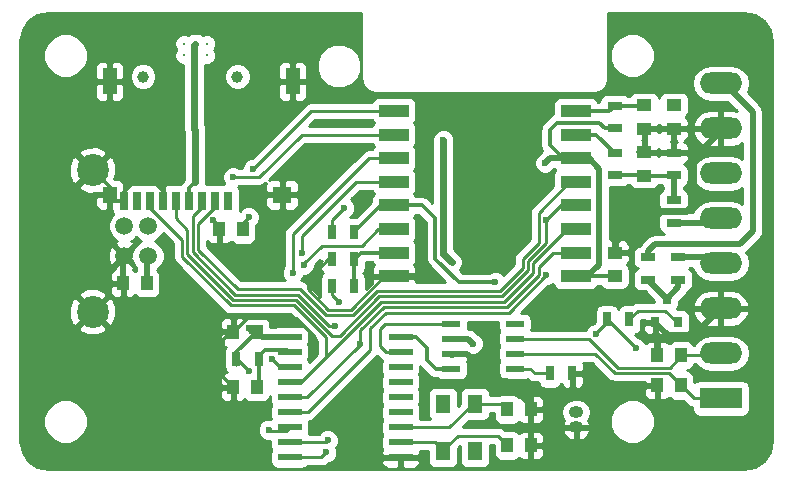
<source format=gbr>
G04 #@! TF.FileFunction,Copper,L2,Bot,Signal*
%FSLAX46Y46*%
G04 Gerber Fmt 4.6, Leading zero omitted, Abs format (unit mm)*
G04 Created by KiCad (PCBNEW 4.0.6) date Sun Aug 12 18:17:32 2018*
%MOMM*%
%LPD*%
G01*
G04 APERTURE LIST*
%ADD10C,0.100000*%
%ADD11C,0.300000*%
%ADD12R,3.600000X1.800000*%
%ADD13O,3.600000X1.800000*%
%ADD14C,1.520000*%
%ADD15C,2.700000*%
%ADD16R,0.700000X1.600000*%
%ADD17R,1.200000X1.400000*%
%ADD18R,1.600000X1.400000*%
%ADD19R,1.200000X2.200000*%
%ADD20C,1.000000*%
%ADD21O,1.200000X1.000000*%
%ADD22R,2.500000X1.100000*%
%ADD23R,1.550000X0.600000*%
%ADD24R,1.000000X1.250000*%
%ADD25R,1.250000X1.000000*%
%ADD26R,0.800000X0.900000*%
%ADD27R,1.300000X0.700000*%
%ADD28R,0.700000X1.300000*%
%ADD29R,2.000000X0.600000*%
%ADD30R,1.300000X1.600000*%
%ADD31C,0.600000*%
%ADD32C,0.300000*%
%ADD33C,0.600000*%
%ADD34C,0.500000*%
%ADD35C,0.250000*%
%ADD36C,0.254000*%
G04 APERTURE END LIST*
D10*
D11*
X29000000Y30100000D03*
X29100000Y27700000D03*
X15400000Y29500000D03*
X15400000Y30500000D03*
X16500000Y35700000D03*
X15500000Y35700000D03*
X14500000Y35700000D03*
X16500000Y36700000D03*
X15500000Y36700000D03*
X25610000Y11360000D03*
D12*
X60000000Y6665000D03*
D13*
X60000000Y10475000D03*
X60000000Y14285000D03*
X60000000Y18095000D03*
X60000000Y21905000D03*
X60000000Y25715000D03*
X60000000Y29525000D03*
X60000000Y33335000D03*
D14*
X11500000Y21270000D03*
X11500000Y18730000D03*
X9500000Y18730000D03*
X9500000Y21270000D03*
D15*
X6800000Y26000000D03*
X6800000Y14000000D03*
D16*
X9450000Y23400000D03*
X10550000Y23400000D03*
X11650000Y23400000D03*
X12750000Y23400000D03*
X13850000Y23400000D03*
X14950000Y23400000D03*
X16050000Y23400000D03*
X17150000Y23400000D03*
X18250000Y23400000D03*
D17*
X8250000Y23900000D03*
D18*
X22850000Y23900000D03*
D19*
X23750000Y33500000D03*
X8250000Y33500000D03*
D20*
X11070000Y33900000D03*
X19050000Y33900000D03*
D21*
X47738000Y5470000D03*
X47738000Y4200000D03*
D22*
X47700000Y31000000D03*
X47700000Y29000000D03*
X47700000Y27000000D03*
X47700000Y25000000D03*
X47700000Y23000000D03*
X47700000Y21000000D03*
X47700000Y19000000D03*
X47700000Y17000000D03*
X32300000Y17000000D03*
X32300000Y19000000D03*
X32300000Y21000000D03*
X32300000Y23000000D03*
X32300000Y25000000D03*
X32300000Y27000000D03*
X32300000Y29000000D03*
X32300000Y31000000D03*
D23*
X37164000Y9153000D03*
X37164000Y10423000D03*
X37164000Y11693000D03*
X37164000Y12963000D03*
X42564000Y12963000D03*
X42564000Y11693000D03*
X42564000Y10423000D03*
X42564000Y9153000D03*
D24*
X11400000Y16400000D03*
X9400000Y16400000D03*
D25*
X56000000Y31500000D03*
X56000000Y29500000D03*
X51000000Y19000000D03*
X51000000Y17000000D03*
X53500000Y31500000D03*
X53500000Y29500000D03*
X53500000Y25500000D03*
X53500000Y27500000D03*
D24*
X41912000Y5724000D03*
X43912000Y5724000D03*
X41912000Y2676000D03*
X43912000Y2676000D03*
X17528000Y20964000D03*
X19528000Y20964000D03*
X18700000Y12300000D03*
X20700000Y12300000D03*
X54612000Y7756000D03*
X56612000Y7756000D03*
X54612000Y10296000D03*
X56612000Y10296000D03*
X18700000Y7600000D03*
X20700000Y7600000D03*
D26*
X56350000Y13100000D03*
X54450000Y13100000D03*
X55400000Y15100000D03*
D27*
X51000000Y29550000D03*
X51000000Y31450000D03*
D28*
X52244000Y13344000D03*
X50344000Y13344000D03*
X27050000Y16138000D03*
X28950000Y16138000D03*
D27*
X51000000Y25550000D03*
X51000000Y27450000D03*
X53834000Y16712000D03*
X53834000Y18612000D03*
X56000000Y25550000D03*
X56000000Y27450000D03*
D28*
X27050000Y18424000D03*
X28950000Y18424000D03*
X27050000Y20710000D03*
X28950000Y20710000D03*
D27*
X56374000Y18612000D03*
X56374000Y16712000D03*
X56000000Y21550000D03*
X56000000Y23450000D03*
D28*
X45518000Y8772000D03*
X47418000Y8772000D03*
X18950000Y10000000D03*
X20850000Y10000000D03*
D29*
X32880000Y11820000D03*
X32880000Y10550000D03*
X32880000Y9280000D03*
X32880000Y8010000D03*
X32880000Y6740000D03*
X32880000Y5470000D03*
X32880000Y4200000D03*
X32880000Y2930000D03*
X32880000Y1660000D03*
X23480000Y1660000D03*
X23480000Y2930000D03*
X23480000Y4200000D03*
X23480000Y5470000D03*
X23480000Y6740000D03*
X23480000Y8010000D03*
X23480000Y9280000D03*
X23480000Y10550000D03*
X23480000Y11820000D03*
D30*
X39182000Y6200000D03*
X39182000Y2200000D03*
X36482000Y2200000D03*
X36482000Y6200000D03*
D11*
X29600000Y23400000D03*
X14500000Y36700000D03*
D31*
X34100000Y17000000D03*
X17000000Y21750000D03*
X20000000Y12600000D03*
X45100000Y26600000D03*
X20000000Y9000000D03*
X28100000Y22800000D03*
X15500000Y25000000D03*
X20000000Y22000000D03*
X36500000Y28500000D03*
X37200000Y18200000D03*
X39000000Y11300000D03*
X45225000Y21750000D03*
X45225000Y17125000D03*
X29475000Y11250000D03*
X27350000Y12800000D03*
X52800000Y10900000D03*
X49400000Y12100000D03*
X40900000Y16500000D03*
X26700000Y3100000D03*
X26600000Y2100000D03*
X27700000Y14800000D03*
X24700000Y18000000D03*
X21700000Y4000000D03*
X24500000Y19000000D03*
X21950000Y10000000D03*
X23750000Y17300000D03*
X18700000Y25400000D03*
X20400000Y26100000D03*
X55900000Y31500000D03*
D32*
X9450000Y23400000D02*
X8750000Y23400000D01*
X8250000Y23900000D02*
X8250000Y24550000D01*
X8750000Y23400000D02*
X8250000Y23900000D01*
X8250000Y24550000D02*
X6800000Y26000000D01*
D33*
X34100000Y17000000D02*
X33000000Y17000000D01*
D34*
X43912000Y5724000D02*
X43912000Y6088000D01*
X43912000Y6088000D02*
X41900000Y8100000D01*
X41900000Y8100000D02*
X40800000Y8100000D01*
X40800000Y8100000D02*
X38477000Y10423000D01*
X38477000Y10423000D02*
X37164000Y10423000D01*
X9400000Y16400000D02*
X9400000Y18630000D01*
X9400000Y18630000D02*
X9500000Y18730000D01*
D33*
X51000000Y19000000D02*
X51000000Y19900000D01*
X57600000Y27000000D02*
X60000000Y29400000D01*
X57600000Y23100000D02*
X57600000Y27000000D01*
X57000000Y22500000D02*
X57600000Y23100000D01*
X53600000Y22500000D02*
X57000000Y22500000D01*
X51000000Y19900000D02*
X53600000Y22500000D01*
X60000000Y29400000D02*
X60000000Y29525000D01*
D35*
X27050000Y18424000D02*
X26754000Y18424000D01*
X26754000Y18424000D02*
X25035296Y16705296D01*
X25035296Y16705296D02*
X25035296Y15885296D01*
X25035296Y15885296D02*
X26770590Y14150002D01*
X26770590Y14150002D02*
X28643012Y14150002D01*
X28643012Y14150002D02*
X31493010Y17000000D01*
X31493010Y17000000D02*
X33000000Y17000000D01*
X25610000Y11360000D02*
X25610000Y11860000D01*
X19890000Y13490000D02*
X18700000Y12300000D01*
X23980000Y13490000D02*
X19890000Y13490000D01*
X25610000Y11860000D02*
X23980000Y13490000D01*
D32*
X12750000Y23400000D02*
X12750000Y24225000D01*
X9450000Y24150000D02*
X9450000Y23400000D01*
X10100000Y24800000D02*
X9450000Y24150000D01*
X12175000Y24800000D02*
X10100000Y24800000D01*
X12750000Y24225000D02*
X12175000Y24800000D01*
X18700000Y12300000D02*
X18500000Y12300000D01*
X17800000Y8500000D02*
X18700000Y7600000D01*
X17800000Y11600000D02*
X17800000Y8500000D01*
X18500000Y12300000D02*
X17800000Y11600000D01*
D34*
X54450000Y13100000D02*
X54450000Y13050000D01*
X54450000Y13050000D02*
X55500000Y12000000D01*
X57715000Y12000000D02*
X60000000Y14285000D01*
X55500000Y12000000D02*
X57715000Y12000000D01*
D32*
X53500000Y27500000D02*
X53000000Y27500000D01*
D34*
X56000000Y29500000D02*
X59975000Y29500000D01*
X59975000Y29500000D02*
X60000000Y29525000D01*
X56000000Y27450000D02*
X56000000Y29500000D01*
D32*
X53500000Y27500000D02*
X55950000Y27500000D01*
X55950000Y27500000D02*
X56000000Y27450000D01*
X53500000Y29500000D02*
X56000000Y29500000D01*
X56000000Y29500000D02*
X56025000Y29525000D01*
D35*
X54450000Y13100000D02*
X54450000Y10458000D01*
X54450000Y10458000D02*
X54612000Y10296000D01*
X17000000Y21750000D02*
X17528000Y21222000D01*
X17528000Y21222000D02*
X17528000Y20964000D01*
X17528000Y20972000D02*
X17528000Y20964000D01*
D33*
X15500000Y25000000D02*
X15500000Y29400000D01*
X15500000Y29400000D02*
X15400000Y29500000D01*
X15400000Y29500000D02*
X15400000Y36600000D01*
X15400000Y36600000D02*
X15500000Y36700000D01*
D34*
X20000000Y12600000D02*
X20300000Y12300000D01*
X20300000Y12300000D02*
X20700000Y12300000D01*
X45100000Y26600000D02*
X45500000Y27000000D01*
X45500000Y27000000D02*
X47000000Y27000000D01*
X47000000Y27000000D02*
X48800000Y27000000D01*
X48800000Y27000000D02*
X49700000Y26100000D01*
X49700000Y18000000D02*
X48700000Y17000000D01*
X49700000Y26100000D02*
X49700000Y18000000D01*
X48700000Y17000000D02*
X47000000Y17000000D01*
D35*
X20000000Y9000000D02*
X19000000Y10000000D01*
X19000000Y10000000D02*
X18950000Y10000000D01*
X27050000Y20710000D02*
X27050000Y21750000D01*
X27050000Y21750000D02*
X28100000Y22800000D01*
X18950000Y9450000D02*
X18950000Y10000000D01*
D32*
X14950000Y24450000D02*
X15500000Y25000000D01*
X14950000Y23400000D02*
X14950000Y24450000D01*
D34*
X23480000Y11820000D02*
X21180000Y11820000D01*
D32*
X18950000Y10550000D02*
X20700000Y12300000D01*
X21180000Y11820000D02*
X20700000Y12300000D01*
X18950000Y10000000D02*
X18950000Y10550000D01*
X47000000Y17000000D02*
X51000000Y17000000D01*
X47000000Y27000000D02*
X48500000Y27000000D01*
X48900000Y17000000D02*
X47000000Y17000000D01*
X51000000Y29550000D02*
X50150000Y29550000D01*
X45500000Y28100000D02*
X46600000Y27000000D01*
X45500000Y29400000D02*
X45500000Y28100000D01*
X46100000Y30000000D02*
X45500000Y29400000D01*
X49700000Y30000000D02*
X46100000Y30000000D01*
X50150000Y29550000D02*
X49700000Y30000000D01*
X46600000Y27000000D02*
X47000000Y27000000D01*
D35*
X51210000Y17000000D02*
X51294000Y16916000D01*
X19528000Y21528000D02*
X20000000Y22000000D01*
D33*
X36500000Y18900000D02*
X36500000Y28500000D01*
X37200000Y18200000D02*
X36500000Y18900000D01*
D34*
X37164000Y11693000D02*
X38607000Y11693000D01*
X38607000Y11693000D02*
X39000000Y11300000D01*
X53834000Y18612000D02*
X53834000Y19134000D01*
X62700000Y30900000D02*
X60265000Y33335000D01*
X62700000Y20800000D02*
X62700000Y30900000D01*
X61600000Y19700000D02*
X62700000Y20800000D01*
X54400000Y19700000D02*
X61600000Y19700000D01*
X53834000Y19134000D02*
X54400000Y19700000D01*
X60265000Y33335000D02*
X60000000Y33335000D01*
X56000000Y25550000D02*
X56000000Y23450000D01*
D32*
X53500000Y25500000D02*
X55950000Y25500000D01*
X55950000Y25500000D02*
X56000000Y25550000D01*
X51000000Y25550000D02*
X53450000Y25550000D01*
X53450000Y25550000D02*
X53500000Y25500000D01*
D35*
X39182000Y6200000D02*
X41436000Y6200000D01*
X41436000Y6200000D02*
X41912000Y5724000D01*
X32880000Y4200000D02*
X37000000Y4200000D01*
X37000000Y4200000D02*
X39000000Y6200000D01*
X39000000Y6200000D02*
X39182000Y6200000D01*
X60000000Y6665000D02*
X57703000Y6665000D01*
X57703000Y6665000D02*
X56612000Y7756000D01*
X42564000Y10423000D02*
X49377000Y10423000D01*
X55568000Y8800000D02*
X56612000Y7756000D01*
X51000000Y8800000D02*
X55568000Y8800000D01*
X49377000Y10423000D02*
X51000000Y8800000D01*
X56612000Y10296000D02*
X59821000Y10296000D01*
X59821000Y10296000D02*
X60000000Y10475000D01*
X56612000Y10296000D02*
X56612000Y10212000D01*
X56612000Y10212000D02*
X55650002Y9250002D01*
X55650002Y9250002D02*
X51249998Y9250002D01*
X51249998Y9250002D02*
X48807000Y11693000D01*
X48807000Y11693000D02*
X42564000Y11693000D01*
D34*
X11400000Y16400000D02*
X11400000Y18630000D01*
X11400000Y18630000D02*
X11500000Y18730000D01*
X56374000Y18612000D02*
X59483000Y18612000D01*
X59483000Y18612000D02*
X60000000Y18095000D01*
X56000000Y21550000D02*
X59645000Y21550000D01*
X59645000Y21550000D02*
X60000000Y21905000D01*
D35*
X23480000Y8010000D02*
X24412204Y8010000D01*
X24412204Y8010000D02*
X31252206Y14850002D01*
X44118197Y18118197D02*
X47000000Y21000000D01*
X44118197Y17304595D02*
X44118197Y18118197D01*
X41663604Y14850002D02*
X44118197Y17304595D01*
X31252206Y14850002D02*
X41663604Y14850002D01*
X11650000Y23400000D02*
X11650000Y22825000D01*
X11650000Y22825000D02*
X14375000Y20100000D01*
X26550000Y10147796D02*
X24412204Y8010000D01*
X26550000Y11825000D02*
X26550000Y10147796D01*
X23825000Y14550000D02*
X26550000Y11825000D01*
X18500000Y14550000D02*
X23825000Y14550000D01*
X14375000Y18675000D02*
X18500000Y14550000D01*
X14375000Y20100000D02*
X14375000Y18675000D01*
X24412204Y8010000D02*
X23480000Y8010000D01*
X11650000Y23400000D02*
X11650000Y22850000D01*
X45225000Y21750000D02*
X45225000Y19861398D01*
X13850000Y21900000D02*
X13850000Y23400000D01*
X14825002Y20924998D02*
X13850000Y21900000D01*
X14825002Y18861396D02*
X14825002Y20924998D01*
X18686396Y15000002D02*
X14825002Y18861396D01*
X24011396Y15000002D02*
X18686396Y15000002D01*
X27036398Y11975000D02*
X24011396Y15000002D01*
X27740806Y11975000D02*
X27036398Y11975000D01*
X31065810Y15300004D02*
X27740806Y11975000D01*
X41450004Y15300004D02*
X31065810Y15300004D01*
X43668195Y17518195D02*
X41450004Y15300004D01*
X43668195Y18304593D02*
X43668195Y17518195D01*
X45225000Y19861398D02*
X43668195Y18304593D01*
X23480000Y5470000D02*
X25020000Y5470000D01*
X45225000Y21750000D02*
X46475000Y23000000D01*
X42025000Y13925000D02*
X45225000Y17125000D01*
X31600000Y13925000D02*
X42025000Y13925000D01*
X30325000Y12650000D02*
X31600000Y13925000D01*
X30325000Y10775000D02*
X30325000Y12650000D01*
X25020000Y5470000D02*
X30325000Y10775000D01*
X46475000Y23000000D02*
X47000000Y23000000D01*
X23480000Y5470000D02*
X24295000Y5470000D01*
X16050000Y23400000D02*
X16050000Y22875000D01*
X16050000Y22875000D02*
X15275004Y22100004D01*
X29475000Y11250000D02*
X29475000Y11225000D01*
X26847796Y12800000D02*
X27350000Y12800000D01*
X24197792Y15450004D02*
X26847796Y12800000D01*
X18874996Y15450004D02*
X24197792Y15450004D01*
X15275004Y19049996D02*
X18874996Y15450004D01*
X15275004Y22100004D02*
X15275004Y19049996D01*
X15900000Y23250000D02*
X16050000Y23400000D01*
X23480000Y6740000D02*
X24990000Y6740000D01*
X29475000Y11225000D02*
X29475000Y11650000D01*
X24990000Y6740000D02*
X29475000Y11225000D01*
X45775000Y19000000D02*
X47000000Y19000000D01*
X44568199Y17793199D02*
X45775000Y19000000D01*
X44568199Y17118199D02*
X44568199Y17793199D01*
X41850000Y14400000D02*
X44568199Y17118199D01*
X31438602Y14400000D02*
X41850000Y14400000D01*
X29475000Y12436398D02*
X31438602Y14400000D01*
X29475000Y11650000D02*
X29475000Y12436398D01*
X17150000Y23400000D02*
X17150000Y22850000D01*
X17150000Y22850000D02*
X15725006Y21425006D01*
X15725006Y21425006D02*
X15725006Y19249994D01*
X15725006Y19249994D02*
X19074994Y15900006D01*
X19074994Y15900006D02*
X24384188Y15900006D01*
X24384188Y15900006D02*
X26584194Y13700000D01*
X26584194Y13700000D02*
X28829408Y13700000D01*
X28829408Y13700000D02*
X30904408Y15775000D01*
X30904408Y15775000D02*
X41288602Y15775000D01*
X41288602Y15775000D02*
X43200000Y17686398D01*
X43200000Y17686398D02*
X43200000Y18472796D01*
X43200000Y18472796D02*
X44575000Y19847796D01*
X44575000Y19847796D02*
X44575000Y22350000D01*
X44575000Y22350000D02*
X47000000Y24775000D01*
X47000000Y24775000D02*
X47000000Y25000000D01*
D32*
X52800000Y10900000D02*
X50356000Y13344000D01*
X50356000Y13344000D02*
X50344000Y13344000D01*
X33000000Y23000000D02*
X34700000Y23000000D01*
X49400000Y12100000D02*
X50344000Y13044000D01*
X37800000Y16500000D02*
X40900000Y16500000D01*
X35800000Y18500000D02*
X37800000Y16500000D01*
X35800000Y21900000D02*
X35800000Y18500000D01*
X34700000Y23000000D02*
X35800000Y21900000D01*
X50344000Y13044000D02*
X50344000Y13344000D01*
X33000000Y23000000D02*
X31240000Y23000000D01*
X31240000Y23000000D02*
X28950000Y20710000D01*
D35*
X26700000Y3100000D02*
X26530000Y2930000D01*
X26530000Y2930000D02*
X23480000Y2930000D01*
X26160000Y1660000D02*
X23480000Y1660000D01*
X26600000Y2100000D02*
X26160000Y1660000D01*
X56350000Y13100000D02*
X56300000Y13100000D01*
X56300000Y13100000D02*
X55300000Y14100000D01*
X55300000Y14100000D02*
X53000000Y14100000D01*
X53000000Y14100000D02*
X52244000Y13344000D01*
D34*
X56374000Y16712000D02*
X56374000Y16074000D01*
X56374000Y16074000D02*
X55400000Y15100000D01*
X53834000Y16712000D02*
X53834000Y16666000D01*
X53834000Y16666000D02*
X55400000Y15100000D01*
D35*
X54288000Y16712000D02*
X53834000Y16712000D01*
X27050000Y16138000D02*
X27050000Y15450000D01*
X27050000Y15450000D02*
X27700000Y14800000D01*
D32*
X28950000Y16138000D02*
X28950000Y18424000D01*
X33000000Y19000000D02*
X29526000Y19000000D01*
X29526000Y19000000D02*
X28950000Y18424000D01*
X47000000Y29000000D02*
X49450000Y29000000D01*
X49450000Y29000000D02*
X51000000Y27450000D01*
D35*
X47500000Y29000000D02*
X47100000Y29000000D01*
X33000000Y21000000D02*
X31000000Y21000000D01*
X24700000Y18100000D02*
X24700000Y18000000D01*
X26200000Y19600000D02*
X24700000Y18100000D01*
X29600000Y19600000D02*
X26200000Y19600000D01*
X31000000Y21000000D02*
X29600000Y19600000D01*
X42564000Y9153000D02*
X43847000Y9153000D01*
X44228000Y8772000D02*
X45518000Y8772000D01*
X43847000Y9153000D02*
X44228000Y8772000D01*
X33000000Y25000000D02*
X29100000Y25000000D01*
X21800000Y3900000D02*
X23180000Y3900000D01*
X21700000Y4000000D02*
X21800000Y3900000D01*
X24500000Y20400000D02*
X24500000Y19000000D01*
X29100000Y25000000D02*
X24500000Y20400000D01*
X23180000Y3900000D02*
X23480000Y4200000D01*
X23180000Y3900000D02*
X23480000Y4200000D01*
X22670000Y9280000D02*
X21950000Y10000000D01*
X23750000Y17300000D02*
X23750000Y20550000D01*
X23750000Y20550000D02*
X30200000Y27000000D01*
X30200000Y27000000D02*
X33000000Y27000000D01*
D32*
X23480000Y9280000D02*
X22670000Y9280000D01*
D35*
X24500000Y29000000D02*
X33000000Y29000000D01*
X20900000Y25400000D02*
X24500000Y29000000D01*
X19900000Y25400000D02*
X20900000Y25400000D01*
X18700000Y25400000D02*
X19900000Y25400000D01*
X25300000Y31000000D02*
X33000000Y31000000D01*
X20400000Y26100000D02*
X25300000Y31000000D01*
D34*
X55900000Y31500000D02*
X56000000Y31500000D01*
D32*
X47000000Y31000000D02*
X50550000Y31000000D01*
X50550000Y31000000D02*
X51000000Y31450000D01*
X51000000Y31450000D02*
X53450000Y31450000D01*
X53450000Y31450000D02*
X53500000Y31500000D01*
D35*
X36482000Y2200000D02*
X36482000Y2282000D01*
X36482000Y2282000D02*
X37700000Y3500000D01*
X41088000Y3500000D02*
X41912000Y2676000D01*
X37700000Y3500000D02*
X41088000Y3500000D01*
X32880000Y2930000D02*
X35752000Y2930000D01*
X35752000Y2930000D02*
X36482000Y2200000D01*
D32*
X23230000Y10800000D02*
X23480000Y10550000D01*
X21400000Y10800000D02*
X23230000Y10800000D01*
X20850000Y10250000D02*
X21400000Y10800000D01*
X20850000Y10000000D02*
X20850000Y10250000D01*
X20850000Y10000000D02*
X20850000Y10350000D01*
X20850000Y10000000D02*
X20850000Y7750000D01*
X20850000Y7750000D02*
X20700000Y7600000D01*
X35847000Y9153000D02*
X37164000Y9153000D01*
X32880000Y11820000D02*
X34180000Y11820000D01*
X34180000Y11820000D02*
X35100000Y10900000D01*
X35100000Y10900000D02*
X35100000Y9900000D01*
X35100000Y9900000D02*
X35847000Y9153000D01*
D35*
X32880000Y10550000D02*
X31650000Y10550000D01*
X31563000Y12963000D02*
X37164000Y12963000D01*
X31100000Y12500000D02*
X31563000Y12963000D01*
X31100000Y11100000D02*
X31100000Y12500000D01*
X31650000Y10550000D02*
X31100000Y11100000D01*
D36*
G36*
X29565000Y33700000D02*
X29578162Y33633830D01*
X29578162Y33566364D01*
X29616222Y33375022D01*
X29616223Y33375020D01*
X29616223Y33375018D01*
X29663729Y33260329D01*
X29718503Y33128093D01*
X29718504Y33128092D01*
X29718505Y33128090D01*
X29826892Y32965879D01*
X29877444Y32915328D01*
X30015879Y32776892D01*
X30178090Y32668505D01*
X30178092Y32668504D01*
X30178093Y32668503D01*
X30269976Y32630444D01*
X30425018Y32566223D01*
X30425020Y32566223D01*
X30425022Y32566222D01*
X30616365Y32528162D01*
X30683830Y32528162D01*
X30750000Y32515000D01*
X49250000Y32515000D01*
X49316170Y32528162D01*
X49383636Y32528162D01*
X49574978Y32566222D01*
X49574980Y32566223D01*
X49574982Y32566223D01*
X49730024Y32630444D01*
X49821907Y32668503D01*
X49821908Y32668504D01*
X49821910Y32668505D01*
X49984121Y32776892D01*
X50122556Y32915328D01*
X50173108Y32965879D01*
X50281495Y33128090D01*
X50281496Y33128092D01*
X50281497Y33128093D01*
X50336271Y33260329D01*
X50383777Y33375018D01*
X50383777Y33375020D01*
X50383778Y33375022D01*
X50421838Y33566365D01*
X50421838Y33633830D01*
X50435000Y33700000D01*
X50435000Y35326695D01*
X50614674Y35326695D01*
X50901043Y34633628D01*
X51430839Y34102907D01*
X52123405Y33815328D01*
X52873305Y33814674D01*
X53566372Y34101043D01*
X54097093Y34630839D01*
X54384672Y35323405D01*
X54385326Y36073305D01*
X54098957Y36766372D01*
X53569161Y37297093D01*
X52876595Y37584672D01*
X52126695Y37585326D01*
X51433628Y37298957D01*
X50902907Y36769161D01*
X50615328Y36076595D01*
X50614674Y35326695D01*
X50435000Y35326695D01*
X50435000Y39315000D01*
X61932533Y39315000D01*
X62880777Y39126383D01*
X63627463Y38627463D01*
X64126383Y37880775D01*
X64315000Y36932533D01*
X64315000Y3067467D01*
X64126383Y2119225D01*
X63627463Y1372537D01*
X62880777Y873617D01*
X61932533Y685000D01*
X3067467Y685000D01*
X2119225Y873617D01*
X1372537Y1372537D01*
X873617Y2119223D01*
X685000Y3067467D01*
X685000Y4326695D01*
X2614674Y4326695D01*
X2901043Y3633628D01*
X3430839Y3102907D01*
X4123405Y2815328D01*
X4873305Y2814674D01*
X5566372Y3101043D01*
X6097093Y3630839D01*
X6384672Y4323405D01*
X6385326Y5073305D01*
X6098957Y5766372D01*
X5569161Y6297093D01*
X4876595Y6584672D01*
X4126695Y6585326D01*
X3433628Y6298957D01*
X2902907Y5769161D01*
X2615328Y5076595D01*
X2614674Y4326695D01*
X685000Y4326695D01*
X685000Y7314250D01*
X17565000Y7314250D01*
X17565000Y6848690D01*
X17661673Y6615301D01*
X17840302Y6436673D01*
X18073691Y6340000D01*
X18414250Y6340000D01*
X18573000Y6498750D01*
X18573000Y7473000D01*
X17723750Y7473000D01*
X17565000Y7314250D01*
X685000Y7314250D01*
X685000Y12594407D01*
X5574012Y12594407D01*
X5715478Y12291218D01*
X6451955Y12006263D01*
X7241418Y12024836D01*
X7884522Y12291218D01*
X8025988Y12594407D01*
X6800000Y13820395D01*
X5574012Y12594407D01*
X685000Y12594407D01*
X685000Y14348045D01*
X4806263Y14348045D01*
X4824836Y13558582D01*
X5091218Y12915478D01*
X5394407Y12774012D01*
X6620395Y14000000D01*
X6979605Y14000000D01*
X8205593Y12774012D01*
X8508782Y12915478D01*
X8561337Y13051310D01*
X17565000Y13051310D01*
X17565000Y12585750D01*
X17723750Y12427000D01*
X18573000Y12427000D01*
X18573000Y13401250D01*
X18414250Y13560000D01*
X18073691Y13560000D01*
X17840302Y13463327D01*
X17661673Y13284699D01*
X17565000Y13051310D01*
X8561337Y13051310D01*
X8793737Y13651955D01*
X8775164Y14441418D01*
X8508782Y15084522D01*
X8205593Y15225988D01*
X6979605Y14000000D01*
X6620395Y14000000D01*
X5394407Y15225988D01*
X5091218Y15084522D01*
X4806263Y14348045D01*
X685000Y14348045D01*
X685000Y15405593D01*
X5574012Y15405593D01*
X6800000Y14179605D01*
X8025988Y15405593D01*
X7884522Y15708782D01*
X7148045Y15993737D01*
X6358582Y15975164D01*
X5715478Y15708782D01*
X5574012Y15405593D01*
X685000Y15405593D01*
X685000Y16114250D01*
X8265000Y16114250D01*
X8265000Y15648690D01*
X8361673Y15415301D01*
X8540302Y15236673D01*
X8773691Y15140000D01*
X9114250Y15140000D01*
X9273000Y15298750D01*
X9273000Y16273000D01*
X8423750Y16273000D01*
X8265000Y16114250D01*
X685000Y16114250D01*
X685000Y18937220D01*
X8092845Y18937220D01*
X8120659Y18382951D01*
X8279258Y18000059D01*
X8521236Y17930841D01*
X9320395Y18730000D01*
X8521236Y19529159D01*
X8279258Y19459941D01*
X8092845Y18937220D01*
X685000Y18937220D01*
X685000Y23614250D01*
X7015000Y23614250D01*
X7015000Y23073690D01*
X7111673Y22840301D01*
X7290302Y22661673D01*
X7523691Y22565000D01*
X7964250Y22565000D01*
X8123000Y22723750D01*
X8123000Y23773000D01*
X7173750Y23773000D01*
X7015000Y23614250D01*
X685000Y23614250D01*
X685000Y24594407D01*
X5574012Y24594407D01*
X5715478Y24291218D01*
X6451955Y24006263D01*
X7241418Y24024836D01*
X7246642Y24027000D01*
X8123000Y24027000D01*
X8123000Y24047000D01*
X8377000Y24047000D01*
X8377000Y24027000D01*
X8465000Y24027000D01*
X8465000Y23773000D01*
X8377000Y23773000D01*
X8377000Y22723750D01*
X8465000Y22635750D01*
X8465000Y22473690D01*
X8542884Y22285662D01*
X8318066Y22061236D01*
X8105242Y21548700D01*
X8104758Y20993735D01*
X8316687Y20480828D01*
X8708764Y20088066D01*
X8904934Y20006609D01*
X8770059Y19950742D01*
X8700841Y19708764D01*
X9500000Y18909605D01*
X10299159Y19708764D01*
X10229941Y19950742D01*
X10085138Y20002382D01*
X10289172Y20086687D01*
X10500024Y20297171D01*
X10708764Y20088066D01*
X10920738Y20000046D01*
X10710828Y19913313D01*
X10318066Y19521236D01*
X10209581Y19259976D01*
X9679605Y18730000D01*
X10209595Y18200010D01*
X10316687Y17940828D01*
X10515000Y17742169D01*
X10515000Y17531844D01*
X10448559Y17489090D01*
X10402031Y17420994D01*
X10259698Y17563327D01*
X10246921Y17568619D01*
X10299159Y17751236D01*
X9500000Y18550395D01*
X8700841Y17751236D01*
X8731892Y17642686D01*
X8540302Y17563327D01*
X8361673Y17384699D01*
X8265000Y17151310D01*
X8265000Y16685750D01*
X8423750Y16527000D01*
X9273000Y16527000D01*
X9273000Y16547000D01*
X9527000Y16547000D01*
X9527000Y16527000D01*
X9547000Y16527000D01*
X9547000Y16273000D01*
X9527000Y16273000D01*
X9527000Y15298750D01*
X9685750Y15140000D01*
X10026309Y15140000D01*
X10259698Y15236673D01*
X10400936Y15377910D01*
X10435910Y15323559D01*
X10648110Y15178569D01*
X10900000Y15127560D01*
X11900000Y15127560D01*
X12135317Y15171838D01*
X12351441Y15310910D01*
X12496431Y15523110D01*
X12547440Y15775000D01*
X12547440Y17025000D01*
X12503162Y17260317D01*
X12364090Y17476441D01*
X12285000Y17530481D01*
X12285000Y17544963D01*
X12289172Y17546687D01*
X12681934Y17938764D01*
X12894758Y18451300D01*
X12895242Y19006265D01*
X12683313Y19519172D01*
X12291236Y19911934D01*
X12079262Y19999954D01*
X12289172Y20086687D01*
X12681934Y20478764D01*
X12752204Y20647994D01*
X13615000Y19785198D01*
X13615000Y18675000D01*
X13672852Y18384161D01*
X13837599Y18137599D01*
X17962599Y14012599D01*
X18209161Y13847852D01*
X18500000Y13790000D01*
X23510198Y13790000D01*
X24546155Y12754043D01*
X24480000Y12767440D01*
X22480000Y12767440D01*
X22244683Y12723162D01*
X22216458Y12705000D01*
X21847440Y12705000D01*
X21847440Y12925000D01*
X21803162Y13160317D01*
X21664090Y13376441D01*
X21451890Y13521431D01*
X21200000Y13572440D01*
X20200000Y13572440D01*
X20001023Y13535000D01*
X19814833Y13535162D01*
X19583463Y13439562D01*
X19559698Y13463327D01*
X19326309Y13560000D01*
X18985750Y13560000D01*
X18827000Y13401250D01*
X18827000Y12427000D01*
X18847000Y12427000D01*
X18847000Y12173000D01*
X18827000Y12173000D01*
X18827000Y12153000D01*
X18573000Y12153000D01*
X18573000Y12173000D01*
X17723750Y12173000D01*
X17565000Y12014250D01*
X17565000Y11548690D01*
X17661673Y11315301D01*
X17840302Y11136673D01*
X18073691Y11040000D01*
X18097935Y11040000D01*
X18003569Y10901890D01*
X17952560Y10650000D01*
X17952560Y9350000D01*
X17996838Y9114683D01*
X18135910Y8898559D01*
X18192343Y8860000D01*
X18073691Y8860000D01*
X17840302Y8763327D01*
X17661673Y8584699D01*
X17565000Y8351310D01*
X17565000Y7885750D01*
X17723750Y7727000D01*
X18573000Y7727000D01*
X18573000Y7747000D01*
X18827000Y7747000D01*
X18827000Y7727000D01*
X18847000Y7727000D01*
X18847000Y7473000D01*
X18827000Y7473000D01*
X18827000Y6498750D01*
X18985750Y6340000D01*
X19326309Y6340000D01*
X19559698Y6436673D01*
X19700936Y6577910D01*
X19735910Y6523559D01*
X19948110Y6378569D01*
X20200000Y6327560D01*
X21200000Y6327560D01*
X21435317Y6371838D01*
X21651441Y6510910D01*
X21796431Y6723110D01*
X21832560Y6901520D01*
X21832560Y6440000D01*
X21876838Y6204683D01*
X21940678Y6105472D01*
X21883569Y6021890D01*
X21832560Y5770000D01*
X21832560Y5170000D01*
X21876807Y4934847D01*
X21514833Y4935162D01*
X21171057Y4793117D01*
X20907808Y4530327D01*
X20765162Y4186799D01*
X20764838Y3814833D01*
X20906883Y3471057D01*
X21169673Y3207808D01*
X21513201Y3065162D01*
X21832560Y3064884D01*
X21832560Y2630000D01*
X21876838Y2394683D01*
X21940678Y2295472D01*
X21883569Y2211890D01*
X21832560Y1960000D01*
X21832560Y1360000D01*
X21876838Y1124683D01*
X22015910Y908559D01*
X22228110Y763569D01*
X22480000Y712560D01*
X24480000Y712560D01*
X24715317Y756838D01*
X24931441Y895910D01*
X24934236Y900000D01*
X26160000Y900000D01*
X26450839Y957852D01*
X26697401Y1122599D01*
X26739680Y1164878D01*
X26785167Y1164838D01*
X27128943Y1306883D01*
X27196427Y1374250D01*
X31245000Y1374250D01*
X31245000Y1233690D01*
X31341673Y1000301D01*
X31520302Y821673D01*
X31753691Y725000D01*
X32594250Y725000D01*
X32753000Y883750D01*
X32753000Y1533000D01*
X33007000Y1533000D01*
X33007000Y883750D01*
X33165750Y725000D01*
X34006309Y725000D01*
X34239698Y821673D01*
X34418327Y1000301D01*
X34515000Y1233690D01*
X34515000Y1374250D01*
X34356250Y1533000D01*
X33007000Y1533000D01*
X32753000Y1533000D01*
X31403750Y1533000D01*
X31245000Y1374250D01*
X27196427Y1374250D01*
X27392192Y1569673D01*
X27534838Y1913201D01*
X27535162Y2285167D01*
X27439387Y2516960D01*
X27492192Y2569673D01*
X27634838Y2913201D01*
X27635162Y3285167D01*
X27493117Y3628943D01*
X27230327Y3892192D01*
X26886799Y4034838D01*
X26514833Y4035162D01*
X26171057Y3893117D01*
X25967585Y3690000D01*
X25084914Y3690000D01*
X25127440Y3900000D01*
X25127440Y4500000D01*
X25085475Y4723024D01*
X25310839Y4767852D01*
X25557401Y4932599D01*
X30862401Y10237599D01*
X30872494Y10252704D01*
X31112599Y10012599D01*
X31314750Y9877526D01*
X31283569Y9831890D01*
X31232560Y9580000D01*
X31232560Y8980000D01*
X31276838Y8744683D01*
X31340678Y8645472D01*
X31283569Y8561890D01*
X31232560Y8310000D01*
X31232560Y7710000D01*
X31276838Y7474683D01*
X31340678Y7375472D01*
X31283569Y7291890D01*
X31232560Y7040000D01*
X31232560Y6440000D01*
X31276838Y6204683D01*
X31340678Y6105472D01*
X31283569Y6021890D01*
X31232560Y5770000D01*
X31232560Y5170000D01*
X31276838Y4934683D01*
X31340678Y4835472D01*
X31283569Y4751890D01*
X31232560Y4500000D01*
X31232560Y3900000D01*
X31276838Y3664683D01*
X31340678Y3565472D01*
X31283569Y3481890D01*
X31232560Y3230000D01*
X31232560Y2630000D01*
X31276838Y2394683D01*
X31335178Y2304020D01*
X31245000Y2086310D01*
X31245000Y1945750D01*
X31403750Y1787000D01*
X32753000Y1787000D01*
X32753000Y1807000D01*
X33007000Y1807000D01*
X33007000Y1787000D01*
X34356250Y1787000D01*
X34515000Y1945750D01*
X34515000Y2086310D01*
X34480334Y2170000D01*
X35184560Y2170000D01*
X35184560Y1400000D01*
X35228838Y1164683D01*
X35367910Y948559D01*
X35580110Y803569D01*
X35832000Y752560D01*
X37132000Y752560D01*
X37367317Y796838D01*
X37583441Y935910D01*
X37728431Y1148110D01*
X37779440Y1400000D01*
X37779440Y2504638D01*
X37884560Y2609758D01*
X37884560Y1400000D01*
X37928838Y1164683D01*
X38067910Y948559D01*
X38280110Y803569D01*
X38532000Y752560D01*
X39832000Y752560D01*
X40067317Y796838D01*
X40283441Y935910D01*
X40428431Y1148110D01*
X40479440Y1400000D01*
X40479440Y2740000D01*
X40764560Y2740000D01*
X40764560Y2051000D01*
X40808838Y1815683D01*
X40947910Y1599559D01*
X41160110Y1454569D01*
X41412000Y1403560D01*
X42412000Y1403560D01*
X42647317Y1447838D01*
X42863441Y1586910D01*
X42909969Y1655006D01*
X43052302Y1512673D01*
X43285691Y1416000D01*
X43626250Y1416000D01*
X43785000Y1574750D01*
X43785000Y2549000D01*
X44039000Y2549000D01*
X44039000Y1574750D01*
X44197750Y1416000D01*
X44538309Y1416000D01*
X44771698Y1512673D01*
X44950327Y1691301D01*
X45047000Y1924690D01*
X45047000Y2390250D01*
X44888250Y2549000D01*
X44039000Y2549000D01*
X43785000Y2549000D01*
X43765000Y2549000D01*
X43765000Y2803000D01*
X43785000Y2803000D01*
X43785000Y3777250D01*
X44039000Y3777250D01*
X44039000Y2803000D01*
X44888250Y2803000D01*
X45047000Y2961750D01*
X45047000Y3427310D01*
X44950327Y3660699D01*
X44771698Y3839327D01*
X44629745Y3898126D01*
X46543881Y3898126D01*
X46705116Y3555595D01*
X47022731Y3247648D01*
X47434015Y3084688D01*
X47611000Y3225259D01*
X47611000Y4073000D01*
X47865000Y4073000D01*
X47865000Y3225259D01*
X48041985Y3084688D01*
X48453269Y3247648D01*
X48770884Y3555595D01*
X48932119Y3898126D01*
X48805954Y4073000D01*
X47865000Y4073000D01*
X47611000Y4073000D01*
X46670046Y4073000D01*
X46543881Y3898126D01*
X44629745Y3898126D01*
X44538309Y3936000D01*
X44197750Y3936000D01*
X44039000Y3777250D01*
X43785000Y3777250D01*
X43626250Y3936000D01*
X43285691Y3936000D01*
X43052302Y3839327D01*
X42911064Y3698090D01*
X42876090Y3752441D01*
X42663890Y3897431D01*
X42412000Y3948440D01*
X41714362Y3948440D01*
X41625401Y4037401D01*
X41378839Y4202148D01*
X41088000Y4260000D01*
X38134802Y4260000D01*
X38201497Y4326695D01*
X50614674Y4326695D01*
X50901043Y3633628D01*
X51430839Y3102907D01*
X52123405Y2815328D01*
X52873305Y2814674D01*
X53566372Y3101043D01*
X54097093Y3630839D01*
X54384672Y4323405D01*
X54385326Y5073305D01*
X54098957Y5766372D01*
X53569161Y6297093D01*
X52876595Y6584672D01*
X52126695Y6585326D01*
X51433628Y6298957D01*
X50902907Y5769161D01*
X50615328Y5076595D01*
X50614674Y4326695D01*
X38201497Y4326695D01*
X38627362Y4752560D01*
X39832000Y4752560D01*
X40067317Y4796838D01*
X40283441Y4935910D01*
X40428431Y5148110D01*
X40479440Y5400000D01*
X40479440Y5440000D01*
X40764560Y5440000D01*
X40764560Y5099000D01*
X40808838Y4863683D01*
X40947910Y4647559D01*
X41160110Y4502569D01*
X41412000Y4451560D01*
X42412000Y4451560D01*
X42647317Y4495838D01*
X42863441Y4634910D01*
X42909969Y4703006D01*
X43052302Y4560673D01*
X43285691Y4464000D01*
X43626250Y4464000D01*
X43785000Y4622750D01*
X43785000Y5597000D01*
X44039000Y5597000D01*
X44039000Y4622750D01*
X44197750Y4464000D01*
X44538309Y4464000D01*
X44771698Y4560673D01*
X44950327Y4739301D01*
X45047000Y4972690D01*
X45047000Y5438250D01*
X45015250Y5470000D01*
X46478805Y5470000D01*
X46565202Y5035654D01*
X46700104Y4833758D01*
X46543881Y4501874D01*
X46670046Y4327000D01*
X47611000Y4327000D01*
X47611000Y4335558D01*
X47613805Y4335000D01*
X47862195Y4335000D01*
X47865000Y4335558D01*
X47865000Y4327000D01*
X48805954Y4327000D01*
X48932119Y4501874D01*
X48775896Y4833758D01*
X48910798Y5035654D01*
X48997195Y5470000D01*
X48910798Y5904346D01*
X48664761Y6272566D01*
X48296541Y6518603D01*
X47862195Y6605000D01*
X47613805Y6605000D01*
X47179459Y6518603D01*
X46811239Y6272566D01*
X46565202Y5904346D01*
X46478805Y5470000D01*
X45015250Y5470000D01*
X44888250Y5597000D01*
X44039000Y5597000D01*
X43785000Y5597000D01*
X43765000Y5597000D01*
X43765000Y5851000D01*
X43785000Y5851000D01*
X43785000Y6825250D01*
X44039000Y6825250D01*
X44039000Y5851000D01*
X44888250Y5851000D01*
X45047000Y6009750D01*
X45047000Y6475310D01*
X44950327Y6708699D01*
X44771698Y6887327D01*
X44538309Y6984000D01*
X44197750Y6984000D01*
X44039000Y6825250D01*
X43785000Y6825250D01*
X43626250Y6984000D01*
X43285691Y6984000D01*
X43052302Y6887327D01*
X42911064Y6746090D01*
X42876090Y6800441D01*
X42663890Y6945431D01*
X42412000Y6996440D01*
X41412000Y6996440D01*
X41218338Y6960000D01*
X40479440Y6960000D01*
X40479440Y7000000D01*
X40435162Y7235317D01*
X40296090Y7451441D01*
X40268563Y7470250D01*
X53477000Y7470250D01*
X53477000Y7004690D01*
X53573673Y6771301D01*
X53752302Y6592673D01*
X53985691Y6496000D01*
X54326250Y6496000D01*
X54485000Y6654750D01*
X54485000Y7629000D01*
X53635750Y7629000D01*
X53477000Y7470250D01*
X40268563Y7470250D01*
X40083890Y7596431D01*
X39832000Y7647440D01*
X38532000Y7647440D01*
X38296683Y7603162D01*
X38080559Y7464090D01*
X37935569Y7251890D01*
X37884560Y7000000D01*
X37884560Y6159362D01*
X37779440Y6054242D01*
X37779440Y7000000D01*
X37735162Y7235317D01*
X37596090Y7451441D01*
X37383890Y7596431D01*
X37132000Y7647440D01*
X35832000Y7647440D01*
X35596683Y7603162D01*
X35380559Y7464090D01*
X35235569Y7251890D01*
X35184560Y7000000D01*
X35184560Y5400000D01*
X35228838Y5164683D01*
X35360548Y4960000D01*
X34484914Y4960000D01*
X34527440Y5170000D01*
X34527440Y5770000D01*
X34483162Y6005317D01*
X34419322Y6104528D01*
X34476431Y6188110D01*
X34527440Y6440000D01*
X34527440Y7040000D01*
X34483162Y7275317D01*
X34419322Y7374528D01*
X34476431Y7458110D01*
X34527440Y7710000D01*
X34527440Y8310000D01*
X34483162Y8545317D01*
X34419322Y8644528D01*
X34476431Y8728110D01*
X34527440Y8980000D01*
X34527440Y9371083D01*
X34544921Y9344921D01*
X35291919Y8597924D01*
X35291921Y8597921D01*
X35512027Y8450852D01*
X35546594Y8427755D01*
X35847000Y8367999D01*
X35847005Y8368000D01*
X35974025Y8368000D01*
X36137110Y8256569D01*
X36389000Y8205560D01*
X37939000Y8205560D01*
X38174317Y8249838D01*
X38390441Y8388910D01*
X38535431Y8601110D01*
X38586440Y8853000D01*
X38586440Y9453000D01*
X38542162Y9688317D01*
X38483822Y9778980D01*
X38574000Y9996690D01*
X38574000Y10137250D01*
X38415250Y10296000D01*
X37291000Y10296000D01*
X37291000Y10276000D01*
X37037000Y10276000D01*
X37037000Y10296000D01*
X37017000Y10296000D01*
X37017000Y10550000D01*
X37037000Y10550000D01*
X37037000Y10570000D01*
X37291000Y10570000D01*
X37291000Y10550000D01*
X38415250Y10550000D01*
X38421408Y10556158D01*
X38469673Y10507808D01*
X38813201Y10365162D01*
X39185167Y10364838D01*
X39528943Y10506883D01*
X39792192Y10769673D01*
X39934838Y11113201D01*
X39935162Y11485167D01*
X39793117Y11828943D01*
X39530327Y12092192D01*
X39409014Y12142566D01*
X39232790Y12318790D01*
X39167521Y12362401D01*
X38945675Y12510633D01*
X38889484Y12521810D01*
X38607000Y12578001D01*
X38606995Y12578000D01*
X38569227Y12578000D01*
X38586440Y12663000D01*
X38586440Y13165000D01*
X41141560Y13165000D01*
X41141560Y12663000D01*
X41185838Y12427683D01*
X41249678Y12328472D01*
X41192569Y12244890D01*
X41141560Y11993000D01*
X41141560Y11393000D01*
X41185838Y11157683D01*
X41249678Y11058472D01*
X41192569Y10974890D01*
X41141560Y10723000D01*
X41141560Y10123000D01*
X41185838Y9887683D01*
X41249678Y9788472D01*
X41192569Y9704890D01*
X41141560Y9453000D01*
X41141560Y8853000D01*
X41185838Y8617683D01*
X41324910Y8401559D01*
X41537110Y8256569D01*
X41789000Y8205560D01*
X43339000Y8205560D01*
X43574317Y8249838D01*
X43635798Y8289400D01*
X43690599Y8234599D01*
X43937160Y8069852D01*
X44228000Y8012000D01*
X44541258Y8012000D01*
X44564838Y7886683D01*
X44703910Y7670559D01*
X44916110Y7525569D01*
X45168000Y7474560D01*
X45868000Y7474560D01*
X46103317Y7518838D01*
X46319441Y7657910D01*
X46464431Y7870110D01*
X46471191Y7903490D01*
X46529673Y7762301D01*
X46708302Y7583673D01*
X46941691Y7487000D01*
X47132250Y7487000D01*
X47291000Y7645750D01*
X47291000Y8645000D01*
X47545000Y8645000D01*
X47545000Y7645750D01*
X47703750Y7487000D01*
X47894309Y7487000D01*
X48127698Y7583673D01*
X48306327Y7762301D01*
X48403000Y7995690D01*
X48403000Y8486250D01*
X48244250Y8645000D01*
X47545000Y8645000D01*
X47291000Y8645000D01*
X47271000Y8645000D01*
X47271000Y8899000D01*
X47291000Y8899000D01*
X47291000Y8919000D01*
X47545000Y8919000D01*
X47545000Y8899000D01*
X48244250Y8899000D01*
X48403000Y9057750D01*
X48403000Y9548310D01*
X48355494Y9663000D01*
X49062198Y9663000D01*
X50462599Y8262599D01*
X50709161Y8097852D01*
X51000000Y8040000D01*
X53478750Y8040000D01*
X53635750Y7883000D01*
X54485000Y7883000D01*
X54485000Y7903000D01*
X54739000Y7903000D01*
X54739000Y7883000D01*
X54759000Y7883000D01*
X54759000Y7629000D01*
X54739000Y7629000D01*
X54739000Y6654750D01*
X54897750Y6496000D01*
X55238309Y6496000D01*
X55471698Y6592673D01*
X55612936Y6733910D01*
X55647910Y6679559D01*
X55860110Y6534569D01*
X56112000Y6483560D01*
X56809638Y6483560D01*
X57165599Y6127599D01*
X57412161Y5962852D01*
X57552560Y5934925D01*
X57552560Y5765000D01*
X57596838Y5529683D01*
X57735910Y5313559D01*
X57948110Y5168569D01*
X58200000Y5117560D01*
X61800000Y5117560D01*
X62035317Y5161838D01*
X62251441Y5300910D01*
X62396431Y5513110D01*
X62447440Y5765000D01*
X62447440Y7565000D01*
X62403162Y7800317D01*
X62264090Y8016441D01*
X62051890Y8161431D01*
X61800000Y8212440D01*
X58200000Y8212440D01*
X57964683Y8168162D01*
X57759440Y8036092D01*
X57759440Y8381000D01*
X57715162Y8616317D01*
X57576090Y8832441D01*
X57363890Y8977431D01*
X57124491Y9025910D01*
X57347317Y9067838D01*
X57563441Y9206910D01*
X57708431Y9419110D01*
X57732102Y9536000D01*
X57869060Y9536000D01*
X57966887Y9389591D01*
X58464877Y9056845D01*
X59052296Y8940000D01*
X60947704Y8940000D01*
X61535123Y9056845D01*
X62033113Y9389591D01*
X62365859Y9887581D01*
X62482704Y10475000D01*
X62365859Y11062419D01*
X62033113Y11560409D01*
X61535123Y11893155D01*
X60947704Y12010000D01*
X59052296Y12010000D01*
X58464877Y11893155D01*
X57966887Y11560409D01*
X57706194Y11170254D01*
X57576090Y11372441D01*
X57363890Y11517431D01*
X57112000Y11568440D01*
X56112000Y11568440D01*
X55876683Y11524162D01*
X55660559Y11385090D01*
X55614031Y11316994D01*
X55471698Y11459327D01*
X55238309Y11556000D01*
X54897750Y11556000D01*
X54739000Y11397250D01*
X54739000Y10423000D01*
X54759000Y10423000D01*
X54759000Y10169000D01*
X54739000Y10169000D01*
X54739000Y10149000D01*
X54485000Y10149000D01*
X54485000Y10169000D01*
X54465000Y10169000D01*
X54465000Y10423000D01*
X54485000Y10423000D01*
X54485000Y11397250D01*
X54326250Y11556000D01*
X53985691Y11556000D01*
X53752302Y11459327D01*
X53630776Y11337801D01*
X53593117Y11428943D01*
X53330327Y11692192D01*
X52986799Y11834838D01*
X52975310Y11834848D01*
X52736740Y12073418D01*
X52829317Y12090838D01*
X53045441Y12229910D01*
X53190431Y12442110D01*
X53241440Y12694000D01*
X53241440Y12814250D01*
X53415000Y12814250D01*
X53415000Y12523691D01*
X53511673Y12290302D01*
X53690301Y12111673D01*
X53923690Y12015000D01*
X54164250Y12015000D01*
X54323000Y12173750D01*
X54323000Y12973000D01*
X53573750Y12973000D01*
X53415000Y12814250D01*
X53241440Y12814250D01*
X53241440Y13266638D01*
X53314802Y13340000D01*
X53460750Y13340000D01*
X53573750Y13227000D01*
X54323000Y13227000D01*
X54323000Y13247000D01*
X54577000Y13247000D01*
X54577000Y13227000D01*
X54597000Y13227000D01*
X54597000Y12973000D01*
X54577000Y12973000D01*
X54577000Y12173750D01*
X54735750Y12015000D01*
X54976310Y12015000D01*
X55209699Y12111673D01*
X55388327Y12290302D01*
X55403423Y12326747D01*
X55485910Y12198559D01*
X55698110Y12053569D01*
X55950000Y12002560D01*
X56750000Y12002560D01*
X56985317Y12046838D01*
X57201441Y12185910D01*
X57346431Y12398110D01*
X57397440Y12650000D01*
X57397440Y13550000D01*
X57353162Y13785317D01*
X57266329Y13920260D01*
X57608964Y13920260D01*
X57633244Y13814914D01*
X57924788Y13289394D01*
X58395248Y12915446D01*
X58973000Y12750000D01*
X59873000Y12750000D01*
X59873000Y14158000D01*
X60127000Y14158000D01*
X60127000Y12750000D01*
X61027000Y12750000D01*
X61604752Y12915446D01*
X62075212Y13289394D01*
X62366756Y13814914D01*
X62391036Y13920260D01*
X62270378Y14158000D01*
X60127000Y14158000D01*
X59873000Y14158000D01*
X57729622Y14158000D01*
X57608964Y13920260D01*
X57266329Y13920260D01*
X57214090Y14001441D01*
X57001890Y14146431D01*
X56750000Y14197440D01*
X56277362Y14197440D01*
X56266643Y14208159D01*
X56396431Y14398110D01*
X56447387Y14649740D01*
X57608964Y14649740D01*
X57729622Y14412000D01*
X59873000Y14412000D01*
X59873000Y15820000D01*
X60127000Y15820000D01*
X60127000Y14412000D01*
X62270378Y14412000D01*
X62391036Y14649740D01*
X62366756Y14755086D01*
X62075212Y15280606D01*
X61604752Y15654554D01*
X61027000Y15820000D01*
X60127000Y15820000D01*
X59873000Y15820000D01*
X58973000Y15820000D01*
X58395248Y15654554D01*
X57924788Y15280606D01*
X57633244Y14755086D01*
X57608964Y14649740D01*
X56447387Y14649740D01*
X56447440Y14650000D01*
X56447440Y14895860D01*
X56999787Y15448208D01*
X56999790Y15448210D01*
X57191633Y15735325D01*
X57193860Y15746521D01*
X57259317Y15758838D01*
X57475441Y15897910D01*
X57620431Y16110110D01*
X57671440Y16362000D01*
X57671440Y17062000D01*
X57627162Y17297317D01*
X57488090Y17513441D01*
X57275890Y17658431D01*
X57262803Y17661081D01*
X57365244Y17727000D01*
X57590496Y17727000D01*
X57634141Y17507581D01*
X57966887Y17009591D01*
X58464877Y16676845D01*
X59052296Y16560000D01*
X60947704Y16560000D01*
X61535123Y16676845D01*
X62033113Y17009591D01*
X62365859Y17507581D01*
X62482704Y18095000D01*
X62365859Y18682419D01*
X62141642Y19017984D01*
X62225790Y19074210D01*
X62225791Y19074211D01*
X63325787Y20174208D01*
X63325790Y20174210D01*
X63517633Y20461325D01*
X63542234Y20585001D01*
X63585001Y20800000D01*
X63585000Y20800005D01*
X63585000Y30899995D01*
X63585001Y30900000D01*
X63517633Y31238674D01*
X63517633Y31238675D01*
X63325790Y31525790D01*
X63325787Y31525792D01*
X62260972Y32590607D01*
X62365859Y32747581D01*
X62482704Y33335000D01*
X62365859Y33922419D01*
X62033113Y34420409D01*
X61535123Y34753155D01*
X60947704Y34870000D01*
X59052296Y34870000D01*
X58464877Y34753155D01*
X57966887Y34420409D01*
X57634141Y33922419D01*
X57517296Y33335000D01*
X57634141Y32747581D01*
X57966887Y32249591D01*
X58464877Y31916845D01*
X59052296Y31800000D01*
X60548420Y31800000D01*
X61393321Y30955100D01*
X61027000Y31060000D01*
X60127000Y31060000D01*
X60127000Y29652000D01*
X60147000Y29652000D01*
X60147000Y29398000D01*
X60127000Y29398000D01*
X60127000Y27990000D01*
X61027000Y27990000D01*
X61604752Y28155446D01*
X61815000Y28322563D01*
X61815000Y26946147D01*
X61535123Y27133155D01*
X60947704Y27250000D01*
X59052296Y27250000D01*
X58464877Y27133155D01*
X57966887Y26800409D01*
X57634141Y26302419D01*
X57517296Y25715000D01*
X57634141Y25127581D01*
X57966887Y24629591D01*
X58464877Y24296845D01*
X59052296Y24180000D01*
X60947704Y24180000D01*
X61535123Y24296845D01*
X61815000Y24483853D01*
X61815000Y23136147D01*
X61535123Y23323155D01*
X60947704Y23440000D01*
X59052296Y23440000D01*
X58464877Y23323155D01*
X57966887Y22990409D01*
X57634141Y22492419D01*
X57622720Y22435000D01*
X56991797Y22435000D01*
X56901890Y22496431D01*
X56888803Y22499081D01*
X57101441Y22635910D01*
X57246431Y22848110D01*
X57297440Y23100000D01*
X57297440Y23800000D01*
X57253162Y24035317D01*
X57114090Y24251441D01*
X56901890Y24396431D01*
X56885000Y24399851D01*
X56885000Y24596778D01*
X56885317Y24596838D01*
X57101441Y24735910D01*
X57246431Y24948110D01*
X57297440Y25200000D01*
X57297440Y25900000D01*
X57253162Y26135317D01*
X57114090Y26351441D01*
X56901890Y26496431D01*
X56868510Y26503191D01*
X57009699Y26561673D01*
X57188327Y26740302D01*
X57285000Y26973691D01*
X57285000Y27164250D01*
X57126250Y27323000D01*
X56127000Y27323000D01*
X56127000Y27303000D01*
X55873000Y27303000D01*
X55873000Y27323000D01*
X54873750Y27323000D01*
X54760000Y27209250D01*
X54760000Y27214250D01*
X54601250Y27373000D01*
X53627000Y27373000D01*
X53627000Y27353000D01*
X53373000Y27353000D01*
X53373000Y27373000D01*
X53353000Y27373000D01*
X53353000Y27627000D01*
X53373000Y27627000D01*
X53373000Y28476250D01*
X53349250Y28500000D01*
X53373000Y28523750D01*
X53373000Y29373000D01*
X53627000Y29373000D01*
X53627000Y28523750D01*
X53650750Y28500000D01*
X53627000Y28476250D01*
X53627000Y27627000D01*
X54601250Y27627000D01*
X54715000Y27740750D01*
X54715000Y27735750D01*
X54873750Y27577000D01*
X55873000Y27577000D01*
X55873000Y28276250D01*
X55749250Y28400000D01*
X55873000Y28523750D01*
X55873000Y29373000D01*
X56127000Y29373000D01*
X56127000Y28523750D01*
X56250750Y28400000D01*
X56127000Y28276250D01*
X56127000Y27577000D01*
X57126250Y27577000D01*
X57285000Y27735750D01*
X57285000Y27926309D01*
X57188327Y28159698D01*
X57009699Y28338327D01*
X56848307Y28405178D01*
X56984699Y28461673D01*
X57163327Y28640302D01*
X57260000Y28873691D01*
X57260000Y29160260D01*
X57608964Y29160260D01*
X57633244Y29054914D01*
X57924788Y28529394D01*
X58395248Y28155446D01*
X58973000Y27990000D01*
X59873000Y27990000D01*
X59873000Y29398000D01*
X57729622Y29398000D01*
X57608964Y29160260D01*
X57260000Y29160260D01*
X57260000Y29214250D01*
X57101250Y29373000D01*
X56127000Y29373000D01*
X55873000Y29373000D01*
X54898750Y29373000D01*
X54750000Y29224250D01*
X54601250Y29373000D01*
X53627000Y29373000D01*
X53373000Y29373000D01*
X53353000Y29373000D01*
X53353000Y29627000D01*
X53373000Y29627000D01*
X53373000Y29647000D01*
X53627000Y29647000D01*
X53627000Y29627000D01*
X54601250Y29627000D01*
X54750000Y29775750D01*
X54898750Y29627000D01*
X55873000Y29627000D01*
X55873000Y29647000D01*
X56127000Y29647000D01*
X56127000Y29627000D01*
X57101250Y29627000D01*
X57260000Y29785750D01*
X57260000Y29889740D01*
X57608964Y29889740D01*
X57729622Y29652000D01*
X59873000Y29652000D01*
X59873000Y31060000D01*
X58973000Y31060000D01*
X58395248Y30894554D01*
X57924788Y30520606D01*
X57633244Y29995086D01*
X57608964Y29889740D01*
X57260000Y29889740D01*
X57260000Y30126309D01*
X57163327Y30359698D01*
X57022090Y30500936D01*
X57076441Y30535910D01*
X57221431Y30748110D01*
X57272440Y31000000D01*
X57272440Y32000000D01*
X57228162Y32235317D01*
X57089090Y32451441D01*
X56876890Y32596431D01*
X56625000Y32647440D01*
X55375000Y32647440D01*
X55139683Y32603162D01*
X54923559Y32464090D01*
X54778569Y32251890D01*
X54750824Y32114880D01*
X54728162Y32235317D01*
X54589090Y32451441D01*
X54376890Y32596431D01*
X54125000Y32647440D01*
X52875000Y32647440D01*
X52639683Y32603162D01*
X52423559Y32464090D01*
X52278569Y32251890D01*
X52275149Y32235000D01*
X52124669Y32235000D01*
X52114090Y32251441D01*
X51901890Y32396431D01*
X51650000Y32447440D01*
X50350000Y32447440D01*
X50114683Y32403162D01*
X49898559Y32264090D01*
X49753569Y32051890D01*
X49702560Y31800000D01*
X49702560Y31785000D01*
X49553222Y31785000D01*
X49553162Y31785317D01*
X49414090Y32001441D01*
X49201890Y32146431D01*
X48950000Y32197440D01*
X46450000Y32197440D01*
X46214683Y32153162D01*
X45998559Y32014090D01*
X45853569Y31801890D01*
X45802560Y31550000D01*
X45802560Y30725835D01*
X45799593Y30725245D01*
X45544921Y30555079D01*
X44944921Y29955079D01*
X44774755Y29700407D01*
X44745847Y29555079D01*
X44715000Y29400000D01*
X44715000Y28100000D01*
X44774755Y27799593D01*
X44885739Y27633493D01*
X44874210Y27625790D01*
X44874208Y27625787D01*
X44691165Y27442745D01*
X44571057Y27393117D01*
X44307808Y27130327D01*
X44165162Y26786799D01*
X44164838Y26414833D01*
X44306883Y26071057D01*
X44569673Y25807808D01*
X44913201Y25665162D01*
X45285167Y25664838D01*
X45628943Y25806883D01*
X45892192Y26069673D01*
X45911001Y26114970D01*
X45985910Y25998559D01*
X45987299Y25997610D01*
X45853569Y25801890D01*
X45802560Y25550000D01*
X45802560Y24652362D01*
X44037599Y22887401D01*
X43872852Y22640839D01*
X43815000Y22350000D01*
X43815000Y20162598D01*
X42662599Y19010197D01*
X42497852Y18763635D01*
X42440000Y18472796D01*
X42440000Y18001200D01*
X41580528Y17141728D01*
X41430327Y17292192D01*
X41086799Y17434838D01*
X40714833Y17435162D01*
X40371057Y17293117D01*
X40362926Y17285000D01*
X38125158Y17285000D01*
X37866229Y17543929D01*
X37992192Y17669673D01*
X38134838Y18013201D01*
X38135162Y18385167D01*
X37993117Y18728943D01*
X37730327Y18992192D01*
X37729934Y18992355D01*
X37435000Y19287290D01*
X37435000Y28499184D01*
X37435162Y28685167D01*
X37293117Y29028943D01*
X37030327Y29292192D01*
X36686799Y29434838D01*
X36314833Y29435162D01*
X35971057Y29293117D01*
X35707808Y29030327D01*
X35565162Y28686799D01*
X35564838Y28314833D01*
X35565000Y28314441D01*
X35565000Y23245158D01*
X35255079Y23555079D01*
X35000407Y23725245D01*
X34700000Y23785000D01*
X34153222Y23785000D01*
X34153162Y23785317D01*
X34014090Y24001441D01*
X34012701Y24002390D01*
X34146431Y24198110D01*
X34197440Y24450000D01*
X34197440Y25550000D01*
X34153162Y25785317D01*
X34014090Y26001441D01*
X34012701Y26002390D01*
X34146431Y26198110D01*
X34197440Y26450000D01*
X34197440Y27550000D01*
X34153162Y27785317D01*
X34014090Y28001441D01*
X34012701Y28002390D01*
X34146431Y28198110D01*
X34197440Y28450000D01*
X34197440Y29550000D01*
X34153162Y29785317D01*
X34014090Y30001441D01*
X34012701Y30002390D01*
X34146431Y30198110D01*
X34197440Y30450000D01*
X34197440Y31550000D01*
X34153162Y31785317D01*
X34014090Y32001441D01*
X33801890Y32146431D01*
X33550000Y32197440D01*
X31050000Y32197440D01*
X30814683Y32153162D01*
X30598559Y32014090D01*
X30453569Y31801890D01*
X30445086Y31760000D01*
X25300000Y31760000D01*
X25087009Y31717633D01*
X25009160Y31702148D01*
X24762599Y31537401D01*
X20260320Y27035122D01*
X20214833Y27035162D01*
X19871057Y26893117D01*
X19607808Y26630327D01*
X19465162Y26286799D01*
X19465052Y26160000D01*
X19262463Y26160000D01*
X19230327Y26192192D01*
X18886799Y26334838D01*
X18514833Y26335162D01*
X18171057Y26193117D01*
X17907808Y25930327D01*
X17765162Y25586799D01*
X17764838Y25214833D01*
X17906883Y24871057D01*
X17930459Y24847440D01*
X17900000Y24847440D01*
X17692658Y24808426D01*
X17500000Y24847440D01*
X16800000Y24847440D01*
X16592658Y24808426D01*
X16434862Y24840380D01*
X16435162Y25185167D01*
X16435000Y25185559D01*
X16435000Y29400000D01*
X16363827Y29757809D01*
X16335000Y29800952D01*
X16335000Y33675225D01*
X17914803Y33675225D01*
X18087233Y33257914D01*
X18406235Y32938355D01*
X18823244Y32765197D01*
X19274775Y32764803D01*
X19692086Y32937233D01*
X19969586Y33214250D01*
X22515000Y33214250D01*
X22515000Y32273690D01*
X22611673Y32040301D01*
X22790302Y31861673D01*
X23023691Y31765000D01*
X23464250Y31765000D01*
X23623000Y31923750D01*
X23623000Y33373000D01*
X23877000Y33373000D01*
X23877000Y31923750D01*
X24035750Y31765000D01*
X24476309Y31765000D01*
X24709698Y31861673D01*
X24888327Y32040301D01*
X24985000Y32273690D01*
X24985000Y33214250D01*
X24826250Y33373000D01*
X23877000Y33373000D01*
X23623000Y33373000D01*
X22673750Y33373000D01*
X22515000Y33214250D01*
X19969586Y33214250D01*
X20011645Y33256235D01*
X20184803Y33673244D01*
X20185197Y34124775D01*
X20012767Y34542086D01*
X19828865Y34726310D01*
X22515000Y34726310D01*
X22515000Y33785750D01*
X22673750Y33627000D01*
X23623000Y33627000D01*
X23623000Y35076250D01*
X23877000Y35076250D01*
X23877000Y33627000D01*
X24826250Y33627000D01*
X24985000Y33785750D01*
X24985000Y34426695D01*
X25764674Y34426695D01*
X26051043Y33733628D01*
X26580839Y33202907D01*
X27273405Y32915328D01*
X28023305Y32914674D01*
X28716372Y33201043D01*
X29247093Y33730839D01*
X29534672Y34423405D01*
X29535326Y35173305D01*
X29248957Y35866372D01*
X28719161Y36397093D01*
X28026595Y36684672D01*
X27276695Y36685326D01*
X26583628Y36398957D01*
X26052907Y35869161D01*
X25765328Y35176595D01*
X25764674Y34426695D01*
X24985000Y34426695D01*
X24985000Y34726310D01*
X24888327Y34959699D01*
X24709698Y35138327D01*
X24476309Y35235000D01*
X24035750Y35235000D01*
X23877000Y35076250D01*
X23623000Y35076250D01*
X23464250Y35235000D01*
X23023691Y35235000D01*
X22790302Y35138327D01*
X22611673Y34959699D01*
X22515000Y34726310D01*
X19828865Y34726310D01*
X19693765Y34861645D01*
X19276756Y35034803D01*
X18825225Y35035197D01*
X18407914Y34862767D01*
X18088355Y34543765D01*
X17915197Y34126756D01*
X17914803Y33675225D01*
X16335000Y33675225D01*
X16335000Y34918529D01*
X16343169Y34915137D01*
X16655461Y34914864D01*
X16944086Y35034121D01*
X17165103Y35254753D01*
X17284863Y35543169D01*
X17285136Y35855461D01*
X17165879Y36144086D01*
X17110158Y36199904D01*
X17165103Y36254753D01*
X17284863Y36543169D01*
X17285136Y36855461D01*
X17165879Y37144086D01*
X16945247Y37365103D01*
X16656831Y37484863D01*
X16344539Y37485136D01*
X16116558Y37390937D01*
X15857809Y37563827D01*
X15500000Y37635000D01*
X15142191Y37563827D01*
X14883285Y37390832D01*
X14656831Y37484863D01*
X14344539Y37485136D01*
X14055914Y37365879D01*
X13834897Y37145247D01*
X13715137Y36856831D01*
X13714864Y36544539D01*
X13834121Y36255914D01*
X13889842Y36200096D01*
X13834897Y36145247D01*
X13715137Y35856831D01*
X13714864Y35544539D01*
X13834121Y35255914D01*
X14054753Y35034897D01*
X14343169Y34915137D01*
X14465000Y34915030D01*
X14465000Y29500000D01*
X14536173Y29142191D01*
X14565000Y29099048D01*
X14565000Y25175158D01*
X14394921Y25005079D01*
X14278913Y24831460D01*
X14200000Y24847440D01*
X13500000Y24847440D01*
X13291150Y24808142D01*
X13226309Y24835000D01*
X13035750Y24835000D01*
X12877000Y24676250D01*
X12877000Y24320688D01*
X12852560Y24200000D01*
X12852560Y23253000D01*
X12647440Y23253000D01*
X12647440Y24200000D01*
X12623000Y24329887D01*
X12623000Y24676250D01*
X12464250Y24835000D01*
X12273691Y24835000D01*
X12203993Y24806130D01*
X12000000Y24847440D01*
X11300000Y24847440D01*
X11092658Y24808426D01*
X10900000Y24847440D01*
X10200000Y24847440D01*
X9991150Y24808142D01*
X9926309Y24835000D01*
X9735750Y24835000D01*
X9577000Y24676250D01*
X9577000Y24320688D01*
X9552560Y24200000D01*
X9552560Y23253000D01*
X9485000Y23253000D01*
X9485000Y23614250D01*
X9326250Y23773000D01*
X9323000Y23773000D01*
X9323000Y24027000D01*
X9326250Y24027000D01*
X9485000Y24185750D01*
X9485000Y24726310D01*
X9388327Y24959699D01*
X9209698Y25138327D01*
X8976309Y25235000D01*
X8632410Y25235000D01*
X8793737Y25651955D01*
X8775164Y26441418D01*
X8508782Y27084522D01*
X8205593Y27225988D01*
X6979605Y26000000D01*
X7744605Y25235000D01*
X7523691Y25235000D01*
X7425901Y25194494D01*
X6800000Y25820395D01*
X5574012Y24594407D01*
X685000Y24594407D01*
X685000Y26348045D01*
X4806263Y26348045D01*
X4824836Y25558582D01*
X5091218Y24915478D01*
X5394407Y24774012D01*
X6620395Y26000000D01*
X5394407Y27225988D01*
X5091218Y27084522D01*
X4806263Y26348045D01*
X685000Y26348045D01*
X685000Y27405593D01*
X5574012Y27405593D01*
X6800000Y26179605D01*
X8025988Y27405593D01*
X7884522Y27708782D01*
X7148045Y27993737D01*
X6358582Y27975164D01*
X5715478Y27708782D01*
X5574012Y27405593D01*
X685000Y27405593D01*
X685000Y33214250D01*
X7015000Y33214250D01*
X7015000Y32273690D01*
X7111673Y32040301D01*
X7290302Y31861673D01*
X7523691Y31765000D01*
X7964250Y31765000D01*
X8123000Y31923750D01*
X8123000Y33373000D01*
X8377000Y33373000D01*
X8377000Y31923750D01*
X8535750Y31765000D01*
X8976309Y31765000D01*
X9209698Y31861673D01*
X9388327Y32040301D01*
X9485000Y32273690D01*
X9485000Y33214250D01*
X9326250Y33373000D01*
X8377000Y33373000D01*
X8123000Y33373000D01*
X7173750Y33373000D01*
X7015000Y33214250D01*
X685000Y33214250D01*
X685000Y35326695D01*
X2614674Y35326695D01*
X2901043Y34633628D01*
X3430839Y34102907D01*
X4123405Y33815328D01*
X4873305Y33814674D01*
X5566372Y34101043D01*
X6097093Y34630839D01*
X6136736Y34726310D01*
X7015000Y34726310D01*
X7015000Y33785750D01*
X7173750Y33627000D01*
X8123000Y33627000D01*
X8123000Y35076250D01*
X8377000Y35076250D01*
X8377000Y33627000D01*
X9326250Y33627000D01*
X9374475Y33675225D01*
X9934803Y33675225D01*
X10107233Y33257914D01*
X10426235Y32938355D01*
X10843244Y32765197D01*
X11294775Y32764803D01*
X11712086Y32937233D01*
X12031645Y33256235D01*
X12204803Y33673244D01*
X12205197Y34124775D01*
X12032767Y34542086D01*
X11713765Y34861645D01*
X11296756Y35034803D01*
X10845225Y35035197D01*
X10427914Y34862767D01*
X10108355Y34543765D01*
X9935197Y34126756D01*
X9934803Y33675225D01*
X9374475Y33675225D01*
X9485000Y33785750D01*
X9485000Y34726310D01*
X9388327Y34959699D01*
X9209698Y35138327D01*
X8976309Y35235000D01*
X8535750Y35235000D01*
X8377000Y35076250D01*
X8123000Y35076250D01*
X7964250Y35235000D01*
X7523691Y35235000D01*
X7290302Y35138327D01*
X7111673Y34959699D01*
X7015000Y34726310D01*
X6136736Y34726310D01*
X6384672Y35323405D01*
X6385326Y36073305D01*
X6098957Y36766372D01*
X5569161Y37297093D01*
X4876595Y37584672D01*
X4126695Y37585326D01*
X3433628Y37298957D01*
X2902907Y36769161D01*
X2615328Y36076595D01*
X2614674Y35326695D01*
X685000Y35326695D01*
X685000Y36932533D01*
X873617Y37880777D01*
X1372537Y38627463D01*
X2119225Y39126383D01*
X3067467Y39315000D01*
X29565000Y39315000D01*
X29565000Y33700000D01*
X29565000Y33700000D01*
G37*
X29565000Y33700000D02*
X29578162Y33633830D01*
X29578162Y33566364D01*
X29616222Y33375022D01*
X29616223Y33375020D01*
X29616223Y33375018D01*
X29663729Y33260329D01*
X29718503Y33128093D01*
X29718504Y33128092D01*
X29718505Y33128090D01*
X29826892Y32965879D01*
X29877444Y32915328D01*
X30015879Y32776892D01*
X30178090Y32668505D01*
X30178092Y32668504D01*
X30178093Y32668503D01*
X30269976Y32630444D01*
X30425018Y32566223D01*
X30425020Y32566223D01*
X30425022Y32566222D01*
X30616365Y32528162D01*
X30683830Y32528162D01*
X30750000Y32515000D01*
X49250000Y32515000D01*
X49316170Y32528162D01*
X49383636Y32528162D01*
X49574978Y32566222D01*
X49574980Y32566223D01*
X49574982Y32566223D01*
X49730024Y32630444D01*
X49821907Y32668503D01*
X49821908Y32668504D01*
X49821910Y32668505D01*
X49984121Y32776892D01*
X50122556Y32915328D01*
X50173108Y32965879D01*
X50281495Y33128090D01*
X50281496Y33128092D01*
X50281497Y33128093D01*
X50336271Y33260329D01*
X50383777Y33375018D01*
X50383777Y33375020D01*
X50383778Y33375022D01*
X50421838Y33566365D01*
X50421838Y33633830D01*
X50435000Y33700000D01*
X50435000Y35326695D01*
X50614674Y35326695D01*
X50901043Y34633628D01*
X51430839Y34102907D01*
X52123405Y33815328D01*
X52873305Y33814674D01*
X53566372Y34101043D01*
X54097093Y34630839D01*
X54384672Y35323405D01*
X54385326Y36073305D01*
X54098957Y36766372D01*
X53569161Y37297093D01*
X52876595Y37584672D01*
X52126695Y37585326D01*
X51433628Y37298957D01*
X50902907Y36769161D01*
X50615328Y36076595D01*
X50614674Y35326695D01*
X50435000Y35326695D01*
X50435000Y39315000D01*
X61932533Y39315000D01*
X62880777Y39126383D01*
X63627463Y38627463D01*
X64126383Y37880775D01*
X64315000Y36932533D01*
X64315000Y3067467D01*
X64126383Y2119225D01*
X63627463Y1372537D01*
X62880777Y873617D01*
X61932533Y685000D01*
X3067467Y685000D01*
X2119225Y873617D01*
X1372537Y1372537D01*
X873617Y2119223D01*
X685000Y3067467D01*
X685000Y4326695D01*
X2614674Y4326695D01*
X2901043Y3633628D01*
X3430839Y3102907D01*
X4123405Y2815328D01*
X4873305Y2814674D01*
X5566372Y3101043D01*
X6097093Y3630839D01*
X6384672Y4323405D01*
X6385326Y5073305D01*
X6098957Y5766372D01*
X5569161Y6297093D01*
X4876595Y6584672D01*
X4126695Y6585326D01*
X3433628Y6298957D01*
X2902907Y5769161D01*
X2615328Y5076595D01*
X2614674Y4326695D01*
X685000Y4326695D01*
X685000Y7314250D01*
X17565000Y7314250D01*
X17565000Y6848690D01*
X17661673Y6615301D01*
X17840302Y6436673D01*
X18073691Y6340000D01*
X18414250Y6340000D01*
X18573000Y6498750D01*
X18573000Y7473000D01*
X17723750Y7473000D01*
X17565000Y7314250D01*
X685000Y7314250D01*
X685000Y12594407D01*
X5574012Y12594407D01*
X5715478Y12291218D01*
X6451955Y12006263D01*
X7241418Y12024836D01*
X7884522Y12291218D01*
X8025988Y12594407D01*
X6800000Y13820395D01*
X5574012Y12594407D01*
X685000Y12594407D01*
X685000Y14348045D01*
X4806263Y14348045D01*
X4824836Y13558582D01*
X5091218Y12915478D01*
X5394407Y12774012D01*
X6620395Y14000000D01*
X6979605Y14000000D01*
X8205593Y12774012D01*
X8508782Y12915478D01*
X8561337Y13051310D01*
X17565000Y13051310D01*
X17565000Y12585750D01*
X17723750Y12427000D01*
X18573000Y12427000D01*
X18573000Y13401250D01*
X18414250Y13560000D01*
X18073691Y13560000D01*
X17840302Y13463327D01*
X17661673Y13284699D01*
X17565000Y13051310D01*
X8561337Y13051310D01*
X8793737Y13651955D01*
X8775164Y14441418D01*
X8508782Y15084522D01*
X8205593Y15225988D01*
X6979605Y14000000D01*
X6620395Y14000000D01*
X5394407Y15225988D01*
X5091218Y15084522D01*
X4806263Y14348045D01*
X685000Y14348045D01*
X685000Y15405593D01*
X5574012Y15405593D01*
X6800000Y14179605D01*
X8025988Y15405593D01*
X7884522Y15708782D01*
X7148045Y15993737D01*
X6358582Y15975164D01*
X5715478Y15708782D01*
X5574012Y15405593D01*
X685000Y15405593D01*
X685000Y16114250D01*
X8265000Y16114250D01*
X8265000Y15648690D01*
X8361673Y15415301D01*
X8540302Y15236673D01*
X8773691Y15140000D01*
X9114250Y15140000D01*
X9273000Y15298750D01*
X9273000Y16273000D01*
X8423750Y16273000D01*
X8265000Y16114250D01*
X685000Y16114250D01*
X685000Y18937220D01*
X8092845Y18937220D01*
X8120659Y18382951D01*
X8279258Y18000059D01*
X8521236Y17930841D01*
X9320395Y18730000D01*
X8521236Y19529159D01*
X8279258Y19459941D01*
X8092845Y18937220D01*
X685000Y18937220D01*
X685000Y23614250D01*
X7015000Y23614250D01*
X7015000Y23073690D01*
X7111673Y22840301D01*
X7290302Y22661673D01*
X7523691Y22565000D01*
X7964250Y22565000D01*
X8123000Y22723750D01*
X8123000Y23773000D01*
X7173750Y23773000D01*
X7015000Y23614250D01*
X685000Y23614250D01*
X685000Y24594407D01*
X5574012Y24594407D01*
X5715478Y24291218D01*
X6451955Y24006263D01*
X7241418Y24024836D01*
X7246642Y24027000D01*
X8123000Y24027000D01*
X8123000Y24047000D01*
X8377000Y24047000D01*
X8377000Y24027000D01*
X8465000Y24027000D01*
X8465000Y23773000D01*
X8377000Y23773000D01*
X8377000Y22723750D01*
X8465000Y22635750D01*
X8465000Y22473690D01*
X8542884Y22285662D01*
X8318066Y22061236D01*
X8105242Y21548700D01*
X8104758Y20993735D01*
X8316687Y20480828D01*
X8708764Y20088066D01*
X8904934Y20006609D01*
X8770059Y19950742D01*
X8700841Y19708764D01*
X9500000Y18909605D01*
X10299159Y19708764D01*
X10229941Y19950742D01*
X10085138Y20002382D01*
X10289172Y20086687D01*
X10500024Y20297171D01*
X10708764Y20088066D01*
X10920738Y20000046D01*
X10710828Y19913313D01*
X10318066Y19521236D01*
X10209581Y19259976D01*
X9679605Y18730000D01*
X10209595Y18200010D01*
X10316687Y17940828D01*
X10515000Y17742169D01*
X10515000Y17531844D01*
X10448559Y17489090D01*
X10402031Y17420994D01*
X10259698Y17563327D01*
X10246921Y17568619D01*
X10299159Y17751236D01*
X9500000Y18550395D01*
X8700841Y17751236D01*
X8731892Y17642686D01*
X8540302Y17563327D01*
X8361673Y17384699D01*
X8265000Y17151310D01*
X8265000Y16685750D01*
X8423750Y16527000D01*
X9273000Y16527000D01*
X9273000Y16547000D01*
X9527000Y16547000D01*
X9527000Y16527000D01*
X9547000Y16527000D01*
X9547000Y16273000D01*
X9527000Y16273000D01*
X9527000Y15298750D01*
X9685750Y15140000D01*
X10026309Y15140000D01*
X10259698Y15236673D01*
X10400936Y15377910D01*
X10435910Y15323559D01*
X10648110Y15178569D01*
X10900000Y15127560D01*
X11900000Y15127560D01*
X12135317Y15171838D01*
X12351441Y15310910D01*
X12496431Y15523110D01*
X12547440Y15775000D01*
X12547440Y17025000D01*
X12503162Y17260317D01*
X12364090Y17476441D01*
X12285000Y17530481D01*
X12285000Y17544963D01*
X12289172Y17546687D01*
X12681934Y17938764D01*
X12894758Y18451300D01*
X12895242Y19006265D01*
X12683313Y19519172D01*
X12291236Y19911934D01*
X12079262Y19999954D01*
X12289172Y20086687D01*
X12681934Y20478764D01*
X12752204Y20647994D01*
X13615000Y19785198D01*
X13615000Y18675000D01*
X13672852Y18384161D01*
X13837599Y18137599D01*
X17962599Y14012599D01*
X18209161Y13847852D01*
X18500000Y13790000D01*
X23510198Y13790000D01*
X24546155Y12754043D01*
X24480000Y12767440D01*
X22480000Y12767440D01*
X22244683Y12723162D01*
X22216458Y12705000D01*
X21847440Y12705000D01*
X21847440Y12925000D01*
X21803162Y13160317D01*
X21664090Y13376441D01*
X21451890Y13521431D01*
X21200000Y13572440D01*
X20200000Y13572440D01*
X20001023Y13535000D01*
X19814833Y13535162D01*
X19583463Y13439562D01*
X19559698Y13463327D01*
X19326309Y13560000D01*
X18985750Y13560000D01*
X18827000Y13401250D01*
X18827000Y12427000D01*
X18847000Y12427000D01*
X18847000Y12173000D01*
X18827000Y12173000D01*
X18827000Y12153000D01*
X18573000Y12153000D01*
X18573000Y12173000D01*
X17723750Y12173000D01*
X17565000Y12014250D01*
X17565000Y11548690D01*
X17661673Y11315301D01*
X17840302Y11136673D01*
X18073691Y11040000D01*
X18097935Y11040000D01*
X18003569Y10901890D01*
X17952560Y10650000D01*
X17952560Y9350000D01*
X17996838Y9114683D01*
X18135910Y8898559D01*
X18192343Y8860000D01*
X18073691Y8860000D01*
X17840302Y8763327D01*
X17661673Y8584699D01*
X17565000Y8351310D01*
X17565000Y7885750D01*
X17723750Y7727000D01*
X18573000Y7727000D01*
X18573000Y7747000D01*
X18827000Y7747000D01*
X18827000Y7727000D01*
X18847000Y7727000D01*
X18847000Y7473000D01*
X18827000Y7473000D01*
X18827000Y6498750D01*
X18985750Y6340000D01*
X19326309Y6340000D01*
X19559698Y6436673D01*
X19700936Y6577910D01*
X19735910Y6523559D01*
X19948110Y6378569D01*
X20200000Y6327560D01*
X21200000Y6327560D01*
X21435317Y6371838D01*
X21651441Y6510910D01*
X21796431Y6723110D01*
X21832560Y6901520D01*
X21832560Y6440000D01*
X21876838Y6204683D01*
X21940678Y6105472D01*
X21883569Y6021890D01*
X21832560Y5770000D01*
X21832560Y5170000D01*
X21876807Y4934847D01*
X21514833Y4935162D01*
X21171057Y4793117D01*
X20907808Y4530327D01*
X20765162Y4186799D01*
X20764838Y3814833D01*
X20906883Y3471057D01*
X21169673Y3207808D01*
X21513201Y3065162D01*
X21832560Y3064884D01*
X21832560Y2630000D01*
X21876838Y2394683D01*
X21940678Y2295472D01*
X21883569Y2211890D01*
X21832560Y1960000D01*
X21832560Y1360000D01*
X21876838Y1124683D01*
X22015910Y908559D01*
X22228110Y763569D01*
X22480000Y712560D01*
X24480000Y712560D01*
X24715317Y756838D01*
X24931441Y895910D01*
X24934236Y900000D01*
X26160000Y900000D01*
X26450839Y957852D01*
X26697401Y1122599D01*
X26739680Y1164878D01*
X26785167Y1164838D01*
X27128943Y1306883D01*
X27196427Y1374250D01*
X31245000Y1374250D01*
X31245000Y1233690D01*
X31341673Y1000301D01*
X31520302Y821673D01*
X31753691Y725000D01*
X32594250Y725000D01*
X32753000Y883750D01*
X32753000Y1533000D01*
X33007000Y1533000D01*
X33007000Y883750D01*
X33165750Y725000D01*
X34006309Y725000D01*
X34239698Y821673D01*
X34418327Y1000301D01*
X34515000Y1233690D01*
X34515000Y1374250D01*
X34356250Y1533000D01*
X33007000Y1533000D01*
X32753000Y1533000D01*
X31403750Y1533000D01*
X31245000Y1374250D01*
X27196427Y1374250D01*
X27392192Y1569673D01*
X27534838Y1913201D01*
X27535162Y2285167D01*
X27439387Y2516960D01*
X27492192Y2569673D01*
X27634838Y2913201D01*
X27635162Y3285167D01*
X27493117Y3628943D01*
X27230327Y3892192D01*
X26886799Y4034838D01*
X26514833Y4035162D01*
X26171057Y3893117D01*
X25967585Y3690000D01*
X25084914Y3690000D01*
X25127440Y3900000D01*
X25127440Y4500000D01*
X25085475Y4723024D01*
X25310839Y4767852D01*
X25557401Y4932599D01*
X30862401Y10237599D01*
X30872494Y10252704D01*
X31112599Y10012599D01*
X31314750Y9877526D01*
X31283569Y9831890D01*
X31232560Y9580000D01*
X31232560Y8980000D01*
X31276838Y8744683D01*
X31340678Y8645472D01*
X31283569Y8561890D01*
X31232560Y8310000D01*
X31232560Y7710000D01*
X31276838Y7474683D01*
X31340678Y7375472D01*
X31283569Y7291890D01*
X31232560Y7040000D01*
X31232560Y6440000D01*
X31276838Y6204683D01*
X31340678Y6105472D01*
X31283569Y6021890D01*
X31232560Y5770000D01*
X31232560Y5170000D01*
X31276838Y4934683D01*
X31340678Y4835472D01*
X31283569Y4751890D01*
X31232560Y4500000D01*
X31232560Y3900000D01*
X31276838Y3664683D01*
X31340678Y3565472D01*
X31283569Y3481890D01*
X31232560Y3230000D01*
X31232560Y2630000D01*
X31276838Y2394683D01*
X31335178Y2304020D01*
X31245000Y2086310D01*
X31245000Y1945750D01*
X31403750Y1787000D01*
X32753000Y1787000D01*
X32753000Y1807000D01*
X33007000Y1807000D01*
X33007000Y1787000D01*
X34356250Y1787000D01*
X34515000Y1945750D01*
X34515000Y2086310D01*
X34480334Y2170000D01*
X35184560Y2170000D01*
X35184560Y1400000D01*
X35228838Y1164683D01*
X35367910Y948559D01*
X35580110Y803569D01*
X35832000Y752560D01*
X37132000Y752560D01*
X37367317Y796838D01*
X37583441Y935910D01*
X37728431Y1148110D01*
X37779440Y1400000D01*
X37779440Y2504638D01*
X37884560Y2609758D01*
X37884560Y1400000D01*
X37928838Y1164683D01*
X38067910Y948559D01*
X38280110Y803569D01*
X38532000Y752560D01*
X39832000Y752560D01*
X40067317Y796838D01*
X40283441Y935910D01*
X40428431Y1148110D01*
X40479440Y1400000D01*
X40479440Y2740000D01*
X40764560Y2740000D01*
X40764560Y2051000D01*
X40808838Y1815683D01*
X40947910Y1599559D01*
X41160110Y1454569D01*
X41412000Y1403560D01*
X42412000Y1403560D01*
X42647317Y1447838D01*
X42863441Y1586910D01*
X42909969Y1655006D01*
X43052302Y1512673D01*
X43285691Y1416000D01*
X43626250Y1416000D01*
X43785000Y1574750D01*
X43785000Y2549000D01*
X44039000Y2549000D01*
X44039000Y1574750D01*
X44197750Y1416000D01*
X44538309Y1416000D01*
X44771698Y1512673D01*
X44950327Y1691301D01*
X45047000Y1924690D01*
X45047000Y2390250D01*
X44888250Y2549000D01*
X44039000Y2549000D01*
X43785000Y2549000D01*
X43765000Y2549000D01*
X43765000Y2803000D01*
X43785000Y2803000D01*
X43785000Y3777250D01*
X44039000Y3777250D01*
X44039000Y2803000D01*
X44888250Y2803000D01*
X45047000Y2961750D01*
X45047000Y3427310D01*
X44950327Y3660699D01*
X44771698Y3839327D01*
X44629745Y3898126D01*
X46543881Y3898126D01*
X46705116Y3555595D01*
X47022731Y3247648D01*
X47434015Y3084688D01*
X47611000Y3225259D01*
X47611000Y4073000D01*
X47865000Y4073000D01*
X47865000Y3225259D01*
X48041985Y3084688D01*
X48453269Y3247648D01*
X48770884Y3555595D01*
X48932119Y3898126D01*
X48805954Y4073000D01*
X47865000Y4073000D01*
X47611000Y4073000D01*
X46670046Y4073000D01*
X46543881Y3898126D01*
X44629745Y3898126D01*
X44538309Y3936000D01*
X44197750Y3936000D01*
X44039000Y3777250D01*
X43785000Y3777250D01*
X43626250Y3936000D01*
X43285691Y3936000D01*
X43052302Y3839327D01*
X42911064Y3698090D01*
X42876090Y3752441D01*
X42663890Y3897431D01*
X42412000Y3948440D01*
X41714362Y3948440D01*
X41625401Y4037401D01*
X41378839Y4202148D01*
X41088000Y4260000D01*
X38134802Y4260000D01*
X38201497Y4326695D01*
X50614674Y4326695D01*
X50901043Y3633628D01*
X51430839Y3102907D01*
X52123405Y2815328D01*
X52873305Y2814674D01*
X53566372Y3101043D01*
X54097093Y3630839D01*
X54384672Y4323405D01*
X54385326Y5073305D01*
X54098957Y5766372D01*
X53569161Y6297093D01*
X52876595Y6584672D01*
X52126695Y6585326D01*
X51433628Y6298957D01*
X50902907Y5769161D01*
X50615328Y5076595D01*
X50614674Y4326695D01*
X38201497Y4326695D01*
X38627362Y4752560D01*
X39832000Y4752560D01*
X40067317Y4796838D01*
X40283441Y4935910D01*
X40428431Y5148110D01*
X40479440Y5400000D01*
X40479440Y5440000D01*
X40764560Y5440000D01*
X40764560Y5099000D01*
X40808838Y4863683D01*
X40947910Y4647559D01*
X41160110Y4502569D01*
X41412000Y4451560D01*
X42412000Y4451560D01*
X42647317Y4495838D01*
X42863441Y4634910D01*
X42909969Y4703006D01*
X43052302Y4560673D01*
X43285691Y4464000D01*
X43626250Y4464000D01*
X43785000Y4622750D01*
X43785000Y5597000D01*
X44039000Y5597000D01*
X44039000Y4622750D01*
X44197750Y4464000D01*
X44538309Y4464000D01*
X44771698Y4560673D01*
X44950327Y4739301D01*
X45047000Y4972690D01*
X45047000Y5438250D01*
X45015250Y5470000D01*
X46478805Y5470000D01*
X46565202Y5035654D01*
X46700104Y4833758D01*
X46543881Y4501874D01*
X46670046Y4327000D01*
X47611000Y4327000D01*
X47611000Y4335558D01*
X47613805Y4335000D01*
X47862195Y4335000D01*
X47865000Y4335558D01*
X47865000Y4327000D01*
X48805954Y4327000D01*
X48932119Y4501874D01*
X48775896Y4833758D01*
X48910798Y5035654D01*
X48997195Y5470000D01*
X48910798Y5904346D01*
X48664761Y6272566D01*
X48296541Y6518603D01*
X47862195Y6605000D01*
X47613805Y6605000D01*
X47179459Y6518603D01*
X46811239Y6272566D01*
X46565202Y5904346D01*
X46478805Y5470000D01*
X45015250Y5470000D01*
X44888250Y5597000D01*
X44039000Y5597000D01*
X43785000Y5597000D01*
X43765000Y5597000D01*
X43765000Y5851000D01*
X43785000Y5851000D01*
X43785000Y6825250D01*
X44039000Y6825250D01*
X44039000Y5851000D01*
X44888250Y5851000D01*
X45047000Y6009750D01*
X45047000Y6475310D01*
X44950327Y6708699D01*
X44771698Y6887327D01*
X44538309Y6984000D01*
X44197750Y6984000D01*
X44039000Y6825250D01*
X43785000Y6825250D01*
X43626250Y6984000D01*
X43285691Y6984000D01*
X43052302Y6887327D01*
X42911064Y6746090D01*
X42876090Y6800441D01*
X42663890Y6945431D01*
X42412000Y6996440D01*
X41412000Y6996440D01*
X41218338Y6960000D01*
X40479440Y6960000D01*
X40479440Y7000000D01*
X40435162Y7235317D01*
X40296090Y7451441D01*
X40268563Y7470250D01*
X53477000Y7470250D01*
X53477000Y7004690D01*
X53573673Y6771301D01*
X53752302Y6592673D01*
X53985691Y6496000D01*
X54326250Y6496000D01*
X54485000Y6654750D01*
X54485000Y7629000D01*
X53635750Y7629000D01*
X53477000Y7470250D01*
X40268563Y7470250D01*
X40083890Y7596431D01*
X39832000Y7647440D01*
X38532000Y7647440D01*
X38296683Y7603162D01*
X38080559Y7464090D01*
X37935569Y7251890D01*
X37884560Y7000000D01*
X37884560Y6159362D01*
X37779440Y6054242D01*
X37779440Y7000000D01*
X37735162Y7235317D01*
X37596090Y7451441D01*
X37383890Y7596431D01*
X37132000Y7647440D01*
X35832000Y7647440D01*
X35596683Y7603162D01*
X35380559Y7464090D01*
X35235569Y7251890D01*
X35184560Y7000000D01*
X35184560Y5400000D01*
X35228838Y5164683D01*
X35360548Y4960000D01*
X34484914Y4960000D01*
X34527440Y5170000D01*
X34527440Y5770000D01*
X34483162Y6005317D01*
X34419322Y6104528D01*
X34476431Y6188110D01*
X34527440Y6440000D01*
X34527440Y7040000D01*
X34483162Y7275317D01*
X34419322Y7374528D01*
X34476431Y7458110D01*
X34527440Y7710000D01*
X34527440Y8310000D01*
X34483162Y8545317D01*
X34419322Y8644528D01*
X34476431Y8728110D01*
X34527440Y8980000D01*
X34527440Y9371083D01*
X34544921Y9344921D01*
X35291919Y8597924D01*
X35291921Y8597921D01*
X35512027Y8450852D01*
X35546594Y8427755D01*
X35847000Y8367999D01*
X35847005Y8368000D01*
X35974025Y8368000D01*
X36137110Y8256569D01*
X36389000Y8205560D01*
X37939000Y8205560D01*
X38174317Y8249838D01*
X38390441Y8388910D01*
X38535431Y8601110D01*
X38586440Y8853000D01*
X38586440Y9453000D01*
X38542162Y9688317D01*
X38483822Y9778980D01*
X38574000Y9996690D01*
X38574000Y10137250D01*
X38415250Y10296000D01*
X37291000Y10296000D01*
X37291000Y10276000D01*
X37037000Y10276000D01*
X37037000Y10296000D01*
X37017000Y10296000D01*
X37017000Y10550000D01*
X37037000Y10550000D01*
X37037000Y10570000D01*
X37291000Y10570000D01*
X37291000Y10550000D01*
X38415250Y10550000D01*
X38421408Y10556158D01*
X38469673Y10507808D01*
X38813201Y10365162D01*
X39185167Y10364838D01*
X39528943Y10506883D01*
X39792192Y10769673D01*
X39934838Y11113201D01*
X39935162Y11485167D01*
X39793117Y11828943D01*
X39530327Y12092192D01*
X39409014Y12142566D01*
X39232790Y12318790D01*
X39167521Y12362401D01*
X38945675Y12510633D01*
X38889484Y12521810D01*
X38607000Y12578001D01*
X38606995Y12578000D01*
X38569227Y12578000D01*
X38586440Y12663000D01*
X38586440Y13165000D01*
X41141560Y13165000D01*
X41141560Y12663000D01*
X41185838Y12427683D01*
X41249678Y12328472D01*
X41192569Y12244890D01*
X41141560Y11993000D01*
X41141560Y11393000D01*
X41185838Y11157683D01*
X41249678Y11058472D01*
X41192569Y10974890D01*
X41141560Y10723000D01*
X41141560Y10123000D01*
X41185838Y9887683D01*
X41249678Y9788472D01*
X41192569Y9704890D01*
X41141560Y9453000D01*
X41141560Y8853000D01*
X41185838Y8617683D01*
X41324910Y8401559D01*
X41537110Y8256569D01*
X41789000Y8205560D01*
X43339000Y8205560D01*
X43574317Y8249838D01*
X43635798Y8289400D01*
X43690599Y8234599D01*
X43937160Y8069852D01*
X44228000Y8012000D01*
X44541258Y8012000D01*
X44564838Y7886683D01*
X44703910Y7670559D01*
X44916110Y7525569D01*
X45168000Y7474560D01*
X45868000Y7474560D01*
X46103317Y7518838D01*
X46319441Y7657910D01*
X46464431Y7870110D01*
X46471191Y7903490D01*
X46529673Y7762301D01*
X46708302Y7583673D01*
X46941691Y7487000D01*
X47132250Y7487000D01*
X47291000Y7645750D01*
X47291000Y8645000D01*
X47545000Y8645000D01*
X47545000Y7645750D01*
X47703750Y7487000D01*
X47894309Y7487000D01*
X48127698Y7583673D01*
X48306327Y7762301D01*
X48403000Y7995690D01*
X48403000Y8486250D01*
X48244250Y8645000D01*
X47545000Y8645000D01*
X47291000Y8645000D01*
X47271000Y8645000D01*
X47271000Y8899000D01*
X47291000Y8899000D01*
X47291000Y8919000D01*
X47545000Y8919000D01*
X47545000Y8899000D01*
X48244250Y8899000D01*
X48403000Y9057750D01*
X48403000Y9548310D01*
X48355494Y9663000D01*
X49062198Y9663000D01*
X50462599Y8262599D01*
X50709161Y8097852D01*
X51000000Y8040000D01*
X53478750Y8040000D01*
X53635750Y7883000D01*
X54485000Y7883000D01*
X54485000Y7903000D01*
X54739000Y7903000D01*
X54739000Y7883000D01*
X54759000Y7883000D01*
X54759000Y7629000D01*
X54739000Y7629000D01*
X54739000Y6654750D01*
X54897750Y6496000D01*
X55238309Y6496000D01*
X55471698Y6592673D01*
X55612936Y6733910D01*
X55647910Y6679559D01*
X55860110Y6534569D01*
X56112000Y6483560D01*
X56809638Y6483560D01*
X57165599Y6127599D01*
X57412161Y5962852D01*
X57552560Y5934925D01*
X57552560Y5765000D01*
X57596838Y5529683D01*
X57735910Y5313559D01*
X57948110Y5168569D01*
X58200000Y5117560D01*
X61800000Y5117560D01*
X62035317Y5161838D01*
X62251441Y5300910D01*
X62396431Y5513110D01*
X62447440Y5765000D01*
X62447440Y7565000D01*
X62403162Y7800317D01*
X62264090Y8016441D01*
X62051890Y8161431D01*
X61800000Y8212440D01*
X58200000Y8212440D01*
X57964683Y8168162D01*
X57759440Y8036092D01*
X57759440Y8381000D01*
X57715162Y8616317D01*
X57576090Y8832441D01*
X57363890Y8977431D01*
X57124491Y9025910D01*
X57347317Y9067838D01*
X57563441Y9206910D01*
X57708431Y9419110D01*
X57732102Y9536000D01*
X57869060Y9536000D01*
X57966887Y9389591D01*
X58464877Y9056845D01*
X59052296Y8940000D01*
X60947704Y8940000D01*
X61535123Y9056845D01*
X62033113Y9389591D01*
X62365859Y9887581D01*
X62482704Y10475000D01*
X62365859Y11062419D01*
X62033113Y11560409D01*
X61535123Y11893155D01*
X60947704Y12010000D01*
X59052296Y12010000D01*
X58464877Y11893155D01*
X57966887Y11560409D01*
X57706194Y11170254D01*
X57576090Y11372441D01*
X57363890Y11517431D01*
X57112000Y11568440D01*
X56112000Y11568440D01*
X55876683Y11524162D01*
X55660559Y11385090D01*
X55614031Y11316994D01*
X55471698Y11459327D01*
X55238309Y11556000D01*
X54897750Y11556000D01*
X54739000Y11397250D01*
X54739000Y10423000D01*
X54759000Y10423000D01*
X54759000Y10169000D01*
X54739000Y10169000D01*
X54739000Y10149000D01*
X54485000Y10149000D01*
X54485000Y10169000D01*
X54465000Y10169000D01*
X54465000Y10423000D01*
X54485000Y10423000D01*
X54485000Y11397250D01*
X54326250Y11556000D01*
X53985691Y11556000D01*
X53752302Y11459327D01*
X53630776Y11337801D01*
X53593117Y11428943D01*
X53330327Y11692192D01*
X52986799Y11834838D01*
X52975310Y11834848D01*
X52736740Y12073418D01*
X52829317Y12090838D01*
X53045441Y12229910D01*
X53190431Y12442110D01*
X53241440Y12694000D01*
X53241440Y12814250D01*
X53415000Y12814250D01*
X53415000Y12523691D01*
X53511673Y12290302D01*
X53690301Y12111673D01*
X53923690Y12015000D01*
X54164250Y12015000D01*
X54323000Y12173750D01*
X54323000Y12973000D01*
X53573750Y12973000D01*
X53415000Y12814250D01*
X53241440Y12814250D01*
X53241440Y13266638D01*
X53314802Y13340000D01*
X53460750Y13340000D01*
X53573750Y13227000D01*
X54323000Y13227000D01*
X54323000Y13247000D01*
X54577000Y13247000D01*
X54577000Y13227000D01*
X54597000Y13227000D01*
X54597000Y12973000D01*
X54577000Y12973000D01*
X54577000Y12173750D01*
X54735750Y12015000D01*
X54976310Y12015000D01*
X55209699Y12111673D01*
X55388327Y12290302D01*
X55403423Y12326747D01*
X55485910Y12198559D01*
X55698110Y12053569D01*
X55950000Y12002560D01*
X56750000Y12002560D01*
X56985317Y12046838D01*
X57201441Y12185910D01*
X57346431Y12398110D01*
X57397440Y12650000D01*
X57397440Y13550000D01*
X57353162Y13785317D01*
X57266329Y13920260D01*
X57608964Y13920260D01*
X57633244Y13814914D01*
X57924788Y13289394D01*
X58395248Y12915446D01*
X58973000Y12750000D01*
X59873000Y12750000D01*
X59873000Y14158000D01*
X60127000Y14158000D01*
X60127000Y12750000D01*
X61027000Y12750000D01*
X61604752Y12915446D01*
X62075212Y13289394D01*
X62366756Y13814914D01*
X62391036Y13920260D01*
X62270378Y14158000D01*
X60127000Y14158000D01*
X59873000Y14158000D01*
X57729622Y14158000D01*
X57608964Y13920260D01*
X57266329Y13920260D01*
X57214090Y14001441D01*
X57001890Y14146431D01*
X56750000Y14197440D01*
X56277362Y14197440D01*
X56266643Y14208159D01*
X56396431Y14398110D01*
X56447387Y14649740D01*
X57608964Y14649740D01*
X57729622Y14412000D01*
X59873000Y14412000D01*
X59873000Y15820000D01*
X60127000Y15820000D01*
X60127000Y14412000D01*
X62270378Y14412000D01*
X62391036Y14649740D01*
X62366756Y14755086D01*
X62075212Y15280606D01*
X61604752Y15654554D01*
X61027000Y15820000D01*
X60127000Y15820000D01*
X59873000Y15820000D01*
X58973000Y15820000D01*
X58395248Y15654554D01*
X57924788Y15280606D01*
X57633244Y14755086D01*
X57608964Y14649740D01*
X56447387Y14649740D01*
X56447440Y14650000D01*
X56447440Y14895860D01*
X56999787Y15448208D01*
X56999790Y15448210D01*
X57191633Y15735325D01*
X57193860Y15746521D01*
X57259317Y15758838D01*
X57475441Y15897910D01*
X57620431Y16110110D01*
X57671440Y16362000D01*
X57671440Y17062000D01*
X57627162Y17297317D01*
X57488090Y17513441D01*
X57275890Y17658431D01*
X57262803Y17661081D01*
X57365244Y17727000D01*
X57590496Y17727000D01*
X57634141Y17507581D01*
X57966887Y17009591D01*
X58464877Y16676845D01*
X59052296Y16560000D01*
X60947704Y16560000D01*
X61535123Y16676845D01*
X62033113Y17009591D01*
X62365859Y17507581D01*
X62482704Y18095000D01*
X62365859Y18682419D01*
X62141642Y19017984D01*
X62225790Y19074210D01*
X62225791Y19074211D01*
X63325787Y20174208D01*
X63325790Y20174210D01*
X63517633Y20461325D01*
X63542234Y20585001D01*
X63585001Y20800000D01*
X63585000Y20800005D01*
X63585000Y30899995D01*
X63585001Y30900000D01*
X63517633Y31238674D01*
X63517633Y31238675D01*
X63325790Y31525790D01*
X63325787Y31525792D01*
X62260972Y32590607D01*
X62365859Y32747581D01*
X62482704Y33335000D01*
X62365859Y33922419D01*
X62033113Y34420409D01*
X61535123Y34753155D01*
X60947704Y34870000D01*
X59052296Y34870000D01*
X58464877Y34753155D01*
X57966887Y34420409D01*
X57634141Y33922419D01*
X57517296Y33335000D01*
X57634141Y32747581D01*
X57966887Y32249591D01*
X58464877Y31916845D01*
X59052296Y31800000D01*
X60548420Y31800000D01*
X61393321Y30955100D01*
X61027000Y31060000D01*
X60127000Y31060000D01*
X60127000Y29652000D01*
X60147000Y29652000D01*
X60147000Y29398000D01*
X60127000Y29398000D01*
X60127000Y27990000D01*
X61027000Y27990000D01*
X61604752Y28155446D01*
X61815000Y28322563D01*
X61815000Y26946147D01*
X61535123Y27133155D01*
X60947704Y27250000D01*
X59052296Y27250000D01*
X58464877Y27133155D01*
X57966887Y26800409D01*
X57634141Y26302419D01*
X57517296Y25715000D01*
X57634141Y25127581D01*
X57966887Y24629591D01*
X58464877Y24296845D01*
X59052296Y24180000D01*
X60947704Y24180000D01*
X61535123Y24296845D01*
X61815000Y24483853D01*
X61815000Y23136147D01*
X61535123Y23323155D01*
X60947704Y23440000D01*
X59052296Y23440000D01*
X58464877Y23323155D01*
X57966887Y22990409D01*
X57634141Y22492419D01*
X57622720Y22435000D01*
X56991797Y22435000D01*
X56901890Y22496431D01*
X56888803Y22499081D01*
X57101441Y22635910D01*
X57246431Y22848110D01*
X57297440Y23100000D01*
X57297440Y23800000D01*
X57253162Y24035317D01*
X57114090Y24251441D01*
X56901890Y24396431D01*
X56885000Y24399851D01*
X56885000Y24596778D01*
X56885317Y24596838D01*
X57101441Y24735910D01*
X57246431Y24948110D01*
X57297440Y25200000D01*
X57297440Y25900000D01*
X57253162Y26135317D01*
X57114090Y26351441D01*
X56901890Y26496431D01*
X56868510Y26503191D01*
X57009699Y26561673D01*
X57188327Y26740302D01*
X57285000Y26973691D01*
X57285000Y27164250D01*
X57126250Y27323000D01*
X56127000Y27323000D01*
X56127000Y27303000D01*
X55873000Y27303000D01*
X55873000Y27323000D01*
X54873750Y27323000D01*
X54760000Y27209250D01*
X54760000Y27214250D01*
X54601250Y27373000D01*
X53627000Y27373000D01*
X53627000Y27353000D01*
X53373000Y27353000D01*
X53373000Y27373000D01*
X53353000Y27373000D01*
X53353000Y27627000D01*
X53373000Y27627000D01*
X53373000Y28476250D01*
X53349250Y28500000D01*
X53373000Y28523750D01*
X53373000Y29373000D01*
X53627000Y29373000D01*
X53627000Y28523750D01*
X53650750Y28500000D01*
X53627000Y28476250D01*
X53627000Y27627000D01*
X54601250Y27627000D01*
X54715000Y27740750D01*
X54715000Y27735750D01*
X54873750Y27577000D01*
X55873000Y27577000D01*
X55873000Y28276250D01*
X55749250Y28400000D01*
X55873000Y28523750D01*
X55873000Y29373000D01*
X56127000Y29373000D01*
X56127000Y28523750D01*
X56250750Y28400000D01*
X56127000Y28276250D01*
X56127000Y27577000D01*
X57126250Y27577000D01*
X57285000Y27735750D01*
X57285000Y27926309D01*
X57188327Y28159698D01*
X57009699Y28338327D01*
X56848307Y28405178D01*
X56984699Y28461673D01*
X57163327Y28640302D01*
X57260000Y28873691D01*
X57260000Y29160260D01*
X57608964Y29160260D01*
X57633244Y29054914D01*
X57924788Y28529394D01*
X58395248Y28155446D01*
X58973000Y27990000D01*
X59873000Y27990000D01*
X59873000Y29398000D01*
X57729622Y29398000D01*
X57608964Y29160260D01*
X57260000Y29160260D01*
X57260000Y29214250D01*
X57101250Y29373000D01*
X56127000Y29373000D01*
X55873000Y29373000D01*
X54898750Y29373000D01*
X54750000Y29224250D01*
X54601250Y29373000D01*
X53627000Y29373000D01*
X53373000Y29373000D01*
X53353000Y29373000D01*
X53353000Y29627000D01*
X53373000Y29627000D01*
X53373000Y29647000D01*
X53627000Y29647000D01*
X53627000Y29627000D01*
X54601250Y29627000D01*
X54750000Y29775750D01*
X54898750Y29627000D01*
X55873000Y29627000D01*
X55873000Y29647000D01*
X56127000Y29647000D01*
X56127000Y29627000D01*
X57101250Y29627000D01*
X57260000Y29785750D01*
X57260000Y29889740D01*
X57608964Y29889740D01*
X57729622Y29652000D01*
X59873000Y29652000D01*
X59873000Y31060000D01*
X58973000Y31060000D01*
X58395248Y30894554D01*
X57924788Y30520606D01*
X57633244Y29995086D01*
X57608964Y29889740D01*
X57260000Y29889740D01*
X57260000Y30126309D01*
X57163327Y30359698D01*
X57022090Y30500936D01*
X57076441Y30535910D01*
X57221431Y30748110D01*
X57272440Y31000000D01*
X57272440Y32000000D01*
X57228162Y32235317D01*
X57089090Y32451441D01*
X56876890Y32596431D01*
X56625000Y32647440D01*
X55375000Y32647440D01*
X55139683Y32603162D01*
X54923559Y32464090D01*
X54778569Y32251890D01*
X54750824Y32114880D01*
X54728162Y32235317D01*
X54589090Y32451441D01*
X54376890Y32596431D01*
X54125000Y32647440D01*
X52875000Y32647440D01*
X52639683Y32603162D01*
X52423559Y32464090D01*
X52278569Y32251890D01*
X52275149Y32235000D01*
X52124669Y32235000D01*
X52114090Y32251441D01*
X51901890Y32396431D01*
X51650000Y32447440D01*
X50350000Y32447440D01*
X50114683Y32403162D01*
X49898559Y32264090D01*
X49753569Y32051890D01*
X49702560Y31800000D01*
X49702560Y31785000D01*
X49553222Y31785000D01*
X49553162Y31785317D01*
X49414090Y32001441D01*
X49201890Y32146431D01*
X48950000Y32197440D01*
X46450000Y32197440D01*
X46214683Y32153162D01*
X45998559Y32014090D01*
X45853569Y31801890D01*
X45802560Y31550000D01*
X45802560Y30725835D01*
X45799593Y30725245D01*
X45544921Y30555079D01*
X44944921Y29955079D01*
X44774755Y29700407D01*
X44745847Y29555079D01*
X44715000Y29400000D01*
X44715000Y28100000D01*
X44774755Y27799593D01*
X44885739Y27633493D01*
X44874210Y27625790D01*
X44874208Y27625787D01*
X44691165Y27442745D01*
X44571057Y27393117D01*
X44307808Y27130327D01*
X44165162Y26786799D01*
X44164838Y26414833D01*
X44306883Y26071057D01*
X44569673Y25807808D01*
X44913201Y25665162D01*
X45285167Y25664838D01*
X45628943Y25806883D01*
X45892192Y26069673D01*
X45911001Y26114970D01*
X45985910Y25998559D01*
X45987299Y25997610D01*
X45853569Y25801890D01*
X45802560Y25550000D01*
X45802560Y24652362D01*
X44037599Y22887401D01*
X43872852Y22640839D01*
X43815000Y22350000D01*
X43815000Y20162598D01*
X42662599Y19010197D01*
X42497852Y18763635D01*
X42440000Y18472796D01*
X42440000Y18001200D01*
X41580528Y17141728D01*
X41430327Y17292192D01*
X41086799Y17434838D01*
X40714833Y17435162D01*
X40371057Y17293117D01*
X40362926Y17285000D01*
X38125158Y17285000D01*
X37866229Y17543929D01*
X37992192Y17669673D01*
X38134838Y18013201D01*
X38135162Y18385167D01*
X37993117Y18728943D01*
X37730327Y18992192D01*
X37729934Y18992355D01*
X37435000Y19287290D01*
X37435000Y28499184D01*
X37435162Y28685167D01*
X37293117Y29028943D01*
X37030327Y29292192D01*
X36686799Y29434838D01*
X36314833Y29435162D01*
X35971057Y29293117D01*
X35707808Y29030327D01*
X35565162Y28686799D01*
X35564838Y28314833D01*
X35565000Y28314441D01*
X35565000Y23245158D01*
X35255079Y23555079D01*
X35000407Y23725245D01*
X34700000Y23785000D01*
X34153222Y23785000D01*
X34153162Y23785317D01*
X34014090Y24001441D01*
X34012701Y24002390D01*
X34146431Y24198110D01*
X34197440Y24450000D01*
X34197440Y25550000D01*
X34153162Y25785317D01*
X34014090Y26001441D01*
X34012701Y26002390D01*
X34146431Y26198110D01*
X34197440Y26450000D01*
X34197440Y27550000D01*
X34153162Y27785317D01*
X34014090Y28001441D01*
X34012701Y28002390D01*
X34146431Y28198110D01*
X34197440Y28450000D01*
X34197440Y29550000D01*
X34153162Y29785317D01*
X34014090Y30001441D01*
X34012701Y30002390D01*
X34146431Y30198110D01*
X34197440Y30450000D01*
X34197440Y31550000D01*
X34153162Y31785317D01*
X34014090Y32001441D01*
X33801890Y32146431D01*
X33550000Y32197440D01*
X31050000Y32197440D01*
X30814683Y32153162D01*
X30598559Y32014090D01*
X30453569Y31801890D01*
X30445086Y31760000D01*
X25300000Y31760000D01*
X25087009Y31717633D01*
X25009160Y31702148D01*
X24762599Y31537401D01*
X20260320Y27035122D01*
X20214833Y27035162D01*
X19871057Y26893117D01*
X19607808Y26630327D01*
X19465162Y26286799D01*
X19465052Y26160000D01*
X19262463Y26160000D01*
X19230327Y26192192D01*
X18886799Y26334838D01*
X18514833Y26335162D01*
X18171057Y26193117D01*
X17907808Y25930327D01*
X17765162Y25586799D01*
X17764838Y25214833D01*
X17906883Y24871057D01*
X17930459Y24847440D01*
X17900000Y24847440D01*
X17692658Y24808426D01*
X17500000Y24847440D01*
X16800000Y24847440D01*
X16592658Y24808426D01*
X16434862Y24840380D01*
X16435162Y25185167D01*
X16435000Y25185559D01*
X16435000Y29400000D01*
X16363827Y29757809D01*
X16335000Y29800952D01*
X16335000Y33675225D01*
X17914803Y33675225D01*
X18087233Y33257914D01*
X18406235Y32938355D01*
X18823244Y32765197D01*
X19274775Y32764803D01*
X19692086Y32937233D01*
X19969586Y33214250D01*
X22515000Y33214250D01*
X22515000Y32273690D01*
X22611673Y32040301D01*
X22790302Y31861673D01*
X23023691Y31765000D01*
X23464250Y31765000D01*
X23623000Y31923750D01*
X23623000Y33373000D01*
X23877000Y33373000D01*
X23877000Y31923750D01*
X24035750Y31765000D01*
X24476309Y31765000D01*
X24709698Y31861673D01*
X24888327Y32040301D01*
X24985000Y32273690D01*
X24985000Y33214250D01*
X24826250Y33373000D01*
X23877000Y33373000D01*
X23623000Y33373000D01*
X22673750Y33373000D01*
X22515000Y33214250D01*
X19969586Y33214250D01*
X20011645Y33256235D01*
X20184803Y33673244D01*
X20185197Y34124775D01*
X20012767Y34542086D01*
X19828865Y34726310D01*
X22515000Y34726310D01*
X22515000Y33785750D01*
X22673750Y33627000D01*
X23623000Y33627000D01*
X23623000Y35076250D01*
X23877000Y35076250D01*
X23877000Y33627000D01*
X24826250Y33627000D01*
X24985000Y33785750D01*
X24985000Y34426695D01*
X25764674Y34426695D01*
X26051043Y33733628D01*
X26580839Y33202907D01*
X27273405Y32915328D01*
X28023305Y32914674D01*
X28716372Y33201043D01*
X29247093Y33730839D01*
X29534672Y34423405D01*
X29535326Y35173305D01*
X29248957Y35866372D01*
X28719161Y36397093D01*
X28026595Y36684672D01*
X27276695Y36685326D01*
X26583628Y36398957D01*
X26052907Y35869161D01*
X25765328Y35176595D01*
X25764674Y34426695D01*
X24985000Y34426695D01*
X24985000Y34726310D01*
X24888327Y34959699D01*
X24709698Y35138327D01*
X24476309Y35235000D01*
X24035750Y35235000D01*
X23877000Y35076250D01*
X23623000Y35076250D01*
X23464250Y35235000D01*
X23023691Y35235000D01*
X22790302Y35138327D01*
X22611673Y34959699D01*
X22515000Y34726310D01*
X19828865Y34726310D01*
X19693765Y34861645D01*
X19276756Y35034803D01*
X18825225Y35035197D01*
X18407914Y34862767D01*
X18088355Y34543765D01*
X17915197Y34126756D01*
X17914803Y33675225D01*
X16335000Y33675225D01*
X16335000Y34918529D01*
X16343169Y34915137D01*
X16655461Y34914864D01*
X16944086Y35034121D01*
X17165103Y35254753D01*
X17284863Y35543169D01*
X17285136Y35855461D01*
X17165879Y36144086D01*
X17110158Y36199904D01*
X17165103Y36254753D01*
X17284863Y36543169D01*
X17285136Y36855461D01*
X17165879Y37144086D01*
X16945247Y37365103D01*
X16656831Y37484863D01*
X16344539Y37485136D01*
X16116558Y37390937D01*
X15857809Y37563827D01*
X15500000Y37635000D01*
X15142191Y37563827D01*
X14883285Y37390832D01*
X14656831Y37484863D01*
X14344539Y37485136D01*
X14055914Y37365879D01*
X13834897Y37145247D01*
X13715137Y36856831D01*
X13714864Y36544539D01*
X13834121Y36255914D01*
X13889842Y36200096D01*
X13834897Y36145247D01*
X13715137Y35856831D01*
X13714864Y35544539D01*
X13834121Y35255914D01*
X14054753Y35034897D01*
X14343169Y34915137D01*
X14465000Y34915030D01*
X14465000Y29500000D01*
X14536173Y29142191D01*
X14565000Y29099048D01*
X14565000Y25175158D01*
X14394921Y25005079D01*
X14278913Y24831460D01*
X14200000Y24847440D01*
X13500000Y24847440D01*
X13291150Y24808142D01*
X13226309Y24835000D01*
X13035750Y24835000D01*
X12877000Y24676250D01*
X12877000Y24320688D01*
X12852560Y24200000D01*
X12852560Y23253000D01*
X12647440Y23253000D01*
X12647440Y24200000D01*
X12623000Y24329887D01*
X12623000Y24676250D01*
X12464250Y24835000D01*
X12273691Y24835000D01*
X12203993Y24806130D01*
X12000000Y24847440D01*
X11300000Y24847440D01*
X11092658Y24808426D01*
X10900000Y24847440D01*
X10200000Y24847440D01*
X9991150Y24808142D01*
X9926309Y24835000D01*
X9735750Y24835000D01*
X9577000Y24676250D01*
X9577000Y24320688D01*
X9552560Y24200000D01*
X9552560Y23253000D01*
X9485000Y23253000D01*
X9485000Y23614250D01*
X9326250Y23773000D01*
X9323000Y23773000D01*
X9323000Y24027000D01*
X9326250Y24027000D01*
X9485000Y24185750D01*
X9485000Y24726310D01*
X9388327Y24959699D01*
X9209698Y25138327D01*
X8976309Y25235000D01*
X8632410Y25235000D01*
X8793737Y25651955D01*
X8775164Y26441418D01*
X8508782Y27084522D01*
X8205593Y27225988D01*
X6979605Y26000000D01*
X7744605Y25235000D01*
X7523691Y25235000D01*
X7425901Y25194494D01*
X6800000Y25820395D01*
X5574012Y24594407D01*
X685000Y24594407D01*
X685000Y26348045D01*
X4806263Y26348045D01*
X4824836Y25558582D01*
X5091218Y24915478D01*
X5394407Y24774012D01*
X6620395Y26000000D01*
X5394407Y27225988D01*
X5091218Y27084522D01*
X4806263Y26348045D01*
X685000Y26348045D01*
X685000Y27405593D01*
X5574012Y27405593D01*
X6800000Y26179605D01*
X8025988Y27405593D01*
X7884522Y27708782D01*
X7148045Y27993737D01*
X6358582Y27975164D01*
X5715478Y27708782D01*
X5574012Y27405593D01*
X685000Y27405593D01*
X685000Y33214250D01*
X7015000Y33214250D01*
X7015000Y32273690D01*
X7111673Y32040301D01*
X7290302Y31861673D01*
X7523691Y31765000D01*
X7964250Y31765000D01*
X8123000Y31923750D01*
X8123000Y33373000D01*
X8377000Y33373000D01*
X8377000Y31923750D01*
X8535750Y31765000D01*
X8976309Y31765000D01*
X9209698Y31861673D01*
X9388327Y32040301D01*
X9485000Y32273690D01*
X9485000Y33214250D01*
X9326250Y33373000D01*
X8377000Y33373000D01*
X8123000Y33373000D01*
X7173750Y33373000D01*
X7015000Y33214250D01*
X685000Y33214250D01*
X685000Y35326695D01*
X2614674Y35326695D01*
X2901043Y34633628D01*
X3430839Y34102907D01*
X4123405Y33815328D01*
X4873305Y33814674D01*
X5566372Y34101043D01*
X6097093Y34630839D01*
X6136736Y34726310D01*
X7015000Y34726310D01*
X7015000Y33785750D01*
X7173750Y33627000D01*
X8123000Y33627000D01*
X8123000Y35076250D01*
X8377000Y35076250D01*
X8377000Y33627000D01*
X9326250Y33627000D01*
X9374475Y33675225D01*
X9934803Y33675225D01*
X10107233Y33257914D01*
X10426235Y32938355D01*
X10843244Y32765197D01*
X11294775Y32764803D01*
X11712086Y32937233D01*
X12031645Y33256235D01*
X12204803Y33673244D01*
X12205197Y34124775D01*
X12032767Y34542086D01*
X11713765Y34861645D01*
X11296756Y35034803D01*
X10845225Y35035197D01*
X10427914Y34862767D01*
X10108355Y34543765D01*
X9935197Y34126756D01*
X9934803Y33675225D01*
X9374475Y33675225D01*
X9485000Y33785750D01*
X9485000Y34726310D01*
X9388327Y34959699D01*
X9209698Y35138327D01*
X8976309Y35235000D01*
X8535750Y35235000D01*
X8377000Y35076250D01*
X8123000Y35076250D01*
X7964250Y35235000D01*
X7523691Y35235000D01*
X7290302Y35138327D01*
X7111673Y34959699D01*
X7015000Y34726310D01*
X6136736Y34726310D01*
X6384672Y35323405D01*
X6385326Y36073305D01*
X6098957Y36766372D01*
X5569161Y37297093D01*
X4876595Y37584672D01*
X4126695Y37585326D01*
X3433628Y37298957D01*
X2902907Y36769161D01*
X2615328Y36076595D01*
X2614674Y35326695D01*
X685000Y35326695D01*
X685000Y36932533D01*
X873617Y37880777D01*
X1372537Y38627463D01*
X2119225Y39126383D01*
X3067467Y39315000D01*
X29565000Y39315000D01*
X29565000Y33700000D01*
G36*
X25790000Y11510198D02*
X25790000Y10462598D01*
X25092594Y9765192D01*
X25083162Y9815317D01*
X25019322Y9914528D01*
X25076431Y9998110D01*
X25127440Y10250000D01*
X25127440Y10850000D01*
X25083162Y11085317D01*
X25019322Y11184528D01*
X25076431Y11268110D01*
X25127440Y11520000D01*
X25127440Y12120000D01*
X25115212Y12184986D01*
X25790000Y11510198D01*
X25790000Y11510198D01*
G37*
X25790000Y11510198D02*
X25790000Y10462598D01*
X25092594Y9765192D01*
X25083162Y9815317D01*
X25019322Y9914528D01*
X25076431Y9998110D01*
X25127440Y10250000D01*
X25127440Y10850000D01*
X25083162Y11085317D01*
X25019322Y11184528D01*
X25076431Y11268110D01*
X25127440Y11520000D01*
X25127440Y12120000D01*
X25115212Y12184986D01*
X25790000Y11510198D01*
G36*
X52271838Y24764683D02*
X52410910Y24548559D01*
X52623110Y24403569D01*
X52875000Y24352560D01*
X54125000Y24352560D01*
X54360317Y24396838D01*
X54576441Y24535910D01*
X54698808Y24715000D01*
X54935025Y24715000D01*
X55098110Y24603569D01*
X55115000Y24600149D01*
X55115000Y24403222D01*
X55114683Y24403162D01*
X54898559Y24264090D01*
X54753569Y24051890D01*
X54702560Y23800000D01*
X54702560Y23100000D01*
X54746838Y22864683D01*
X54885910Y22648559D01*
X55098110Y22503569D01*
X55111197Y22500919D01*
X54898559Y22364090D01*
X54753569Y22151890D01*
X54702560Y21900000D01*
X54702560Y21200000D01*
X54746838Y20964683D01*
X54885910Y20748559D01*
X55098110Y20603569D01*
X55189806Y20585000D01*
X54400005Y20585000D01*
X54400000Y20585001D01*
X54117516Y20528810D01*
X54061325Y20517633D01*
X53774210Y20325790D01*
X53774208Y20325787D01*
X53208210Y19759790D01*
X53096785Y19593029D01*
X52948683Y19565162D01*
X52732559Y19426090D01*
X52587569Y19213890D01*
X52536560Y18962000D01*
X52536560Y18262000D01*
X52580838Y18026683D01*
X52719910Y17810559D01*
X52932110Y17665569D01*
X52945197Y17662919D01*
X52732559Y17526090D01*
X52587569Y17313890D01*
X52536560Y17062000D01*
X52536560Y16362000D01*
X52580838Y16126683D01*
X52719910Y15910559D01*
X52932110Y15765569D01*
X53184000Y15714560D01*
X53533860Y15714560D01*
X54352560Y14895861D01*
X54352560Y14860000D01*
X53000000Y14860000D01*
X52757414Y14811746D01*
X52709160Y14802148D01*
X52468644Y14641440D01*
X51894000Y14641440D01*
X51658683Y14597162D01*
X51442559Y14458090D01*
X51297569Y14245890D01*
X51294919Y14232803D01*
X51158090Y14445441D01*
X50945890Y14590431D01*
X50694000Y14641440D01*
X49994000Y14641440D01*
X49758683Y14597162D01*
X49542559Y14458090D01*
X49397569Y14245890D01*
X49346560Y13994000D01*
X49346560Y13156718D01*
X49224995Y13035153D01*
X49214833Y13035162D01*
X48871057Y12893117D01*
X48607808Y12630327D01*
X48534175Y12453000D01*
X43943914Y12453000D01*
X43986440Y12663000D01*
X43986440Y13263000D01*
X43942162Y13498317D01*
X43803090Y13714441D01*
X43590890Y13859431D01*
X43339000Y13910440D01*
X43085242Y13910440D01*
X45364680Y16189878D01*
X45410167Y16189838D01*
X45753943Y16331883D01*
X45813583Y16391419D01*
X45846838Y16214683D01*
X45985910Y15998559D01*
X46198110Y15853569D01*
X46450000Y15802560D01*
X48950000Y15802560D01*
X49185317Y15846838D01*
X49401441Y15985910D01*
X49546431Y16198110D01*
X49549851Y16215000D01*
X49803808Y16215000D01*
X49910910Y16048559D01*
X50123110Y15903569D01*
X50375000Y15852560D01*
X51625000Y15852560D01*
X51860317Y15896838D01*
X52076441Y16035910D01*
X52221431Y16248110D01*
X52272440Y16500000D01*
X52272440Y17500000D01*
X52228162Y17735317D01*
X52089090Y17951441D01*
X52020994Y17997969D01*
X52163327Y18140302D01*
X52260000Y18373691D01*
X52260000Y18714250D01*
X52101250Y18873000D01*
X51127000Y18873000D01*
X51127000Y18853000D01*
X50873000Y18853000D01*
X50873000Y18873000D01*
X50853000Y18873000D01*
X50853000Y19127000D01*
X50873000Y19127000D01*
X50873000Y19976250D01*
X51127000Y19976250D01*
X51127000Y19127000D01*
X52101250Y19127000D01*
X52260000Y19285750D01*
X52260000Y19626309D01*
X52163327Y19859698D01*
X51984699Y20038327D01*
X51751310Y20135000D01*
X51285750Y20135000D01*
X51127000Y19976250D01*
X50873000Y19976250D01*
X50714250Y20135000D01*
X50585000Y20135000D01*
X50585000Y24552560D01*
X51650000Y24552560D01*
X51885317Y24596838D01*
X52101441Y24735910D01*
X52121317Y24765000D01*
X52271778Y24765000D01*
X52271838Y24764683D01*
X52271838Y24764683D01*
G37*
X52271838Y24764683D02*
X52410910Y24548559D01*
X52623110Y24403569D01*
X52875000Y24352560D01*
X54125000Y24352560D01*
X54360317Y24396838D01*
X54576441Y24535910D01*
X54698808Y24715000D01*
X54935025Y24715000D01*
X55098110Y24603569D01*
X55115000Y24600149D01*
X55115000Y24403222D01*
X55114683Y24403162D01*
X54898559Y24264090D01*
X54753569Y24051890D01*
X54702560Y23800000D01*
X54702560Y23100000D01*
X54746838Y22864683D01*
X54885910Y22648559D01*
X55098110Y22503569D01*
X55111197Y22500919D01*
X54898559Y22364090D01*
X54753569Y22151890D01*
X54702560Y21900000D01*
X54702560Y21200000D01*
X54746838Y20964683D01*
X54885910Y20748559D01*
X55098110Y20603569D01*
X55189806Y20585000D01*
X54400005Y20585000D01*
X54400000Y20585001D01*
X54117516Y20528810D01*
X54061325Y20517633D01*
X53774210Y20325790D01*
X53774208Y20325787D01*
X53208210Y19759790D01*
X53096785Y19593029D01*
X52948683Y19565162D01*
X52732559Y19426090D01*
X52587569Y19213890D01*
X52536560Y18962000D01*
X52536560Y18262000D01*
X52580838Y18026683D01*
X52719910Y17810559D01*
X52932110Y17665569D01*
X52945197Y17662919D01*
X52732559Y17526090D01*
X52587569Y17313890D01*
X52536560Y17062000D01*
X52536560Y16362000D01*
X52580838Y16126683D01*
X52719910Y15910559D01*
X52932110Y15765569D01*
X53184000Y15714560D01*
X53533860Y15714560D01*
X54352560Y14895861D01*
X54352560Y14860000D01*
X53000000Y14860000D01*
X52757414Y14811746D01*
X52709160Y14802148D01*
X52468644Y14641440D01*
X51894000Y14641440D01*
X51658683Y14597162D01*
X51442559Y14458090D01*
X51297569Y14245890D01*
X51294919Y14232803D01*
X51158090Y14445441D01*
X50945890Y14590431D01*
X50694000Y14641440D01*
X49994000Y14641440D01*
X49758683Y14597162D01*
X49542559Y14458090D01*
X49397569Y14245890D01*
X49346560Y13994000D01*
X49346560Y13156718D01*
X49224995Y13035153D01*
X49214833Y13035162D01*
X48871057Y12893117D01*
X48607808Y12630327D01*
X48534175Y12453000D01*
X43943914Y12453000D01*
X43986440Y12663000D01*
X43986440Y13263000D01*
X43942162Y13498317D01*
X43803090Y13714441D01*
X43590890Y13859431D01*
X43339000Y13910440D01*
X43085242Y13910440D01*
X45364680Y16189878D01*
X45410167Y16189838D01*
X45753943Y16331883D01*
X45813583Y16391419D01*
X45846838Y16214683D01*
X45985910Y15998559D01*
X46198110Y15853569D01*
X46450000Y15802560D01*
X48950000Y15802560D01*
X49185317Y15846838D01*
X49401441Y15985910D01*
X49546431Y16198110D01*
X49549851Y16215000D01*
X49803808Y16215000D01*
X49910910Y16048559D01*
X50123110Y15903569D01*
X50375000Y15852560D01*
X51625000Y15852560D01*
X51860317Y15896838D01*
X52076441Y16035910D01*
X52221431Y16248110D01*
X52272440Y16500000D01*
X52272440Y17500000D01*
X52228162Y17735317D01*
X52089090Y17951441D01*
X52020994Y17997969D01*
X52163327Y18140302D01*
X52260000Y18373691D01*
X52260000Y18714250D01*
X52101250Y18873000D01*
X51127000Y18873000D01*
X51127000Y18853000D01*
X50873000Y18853000D01*
X50873000Y18873000D01*
X50853000Y18873000D01*
X50853000Y19127000D01*
X50873000Y19127000D01*
X50873000Y19976250D01*
X51127000Y19976250D01*
X51127000Y19127000D01*
X52101250Y19127000D01*
X52260000Y19285750D01*
X52260000Y19626309D01*
X52163327Y19859698D01*
X51984699Y20038327D01*
X51751310Y20135000D01*
X51285750Y20135000D01*
X51127000Y19976250D01*
X50873000Y19976250D01*
X50714250Y20135000D01*
X50585000Y20135000D01*
X50585000Y24552560D01*
X51650000Y24552560D01*
X51885317Y24596838D01*
X52101441Y24735910D01*
X52121317Y24765000D01*
X52271778Y24765000D01*
X52271838Y24764683D01*
G36*
X26065000Y18296998D02*
X26223748Y18296998D01*
X26065000Y18138250D01*
X26065000Y17647690D01*
X26161673Y17414301D01*
X26294392Y17281583D01*
X26248559Y17252090D01*
X26103569Y17039890D01*
X26052560Y16788000D01*
X26052560Y15488000D01*
X26094642Y15264354D01*
X24921589Y16437407D01*
X24675027Y16602154D01*
X24424334Y16652020D01*
X24542192Y16769673D01*
X24664836Y17065030D01*
X24885167Y17064838D01*
X25228943Y17206883D01*
X25492192Y17469673D01*
X25634838Y17813201D01*
X25634966Y17960164D01*
X26065000Y18390198D01*
X26065000Y18296998D01*
X26065000Y18296998D01*
G37*
X26065000Y18296998D02*
X26223748Y18296998D01*
X26065000Y18138250D01*
X26065000Y17647690D01*
X26161673Y17414301D01*
X26294392Y17281583D01*
X26248559Y17252090D01*
X26103569Y17039890D01*
X26052560Y16788000D01*
X26052560Y15488000D01*
X26094642Y15264354D01*
X24921589Y16437407D01*
X24675027Y16602154D01*
X24424334Y16652020D01*
X24542192Y16769673D01*
X24664836Y17065030D01*
X24885167Y17064838D01*
X25228943Y17206883D01*
X25492192Y17469673D01*
X25634838Y17813201D01*
X25634966Y17960164D01*
X26065000Y18390198D01*
X26065000Y18296998D01*
G36*
X35015000Y21574842D02*
X35015000Y18500000D01*
X35074755Y18199593D01*
X35244921Y17944921D01*
X36654842Y16535000D01*
X34185000Y16535000D01*
X34185000Y16714250D01*
X34026250Y16873000D01*
X32427000Y16873000D01*
X32427000Y16853000D01*
X32173000Y16853000D01*
X32173000Y16873000D01*
X30573750Y16873000D01*
X30415000Y16714250D01*
X30415000Y16344469D01*
X30367007Y16312401D01*
X29947440Y15892834D01*
X29947440Y16788000D01*
X29903162Y17023317D01*
X29764090Y17239441D01*
X29735000Y17259317D01*
X29735000Y17299331D01*
X29751441Y17309910D01*
X29896431Y17522110D01*
X29947440Y17774000D01*
X29947440Y18215000D01*
X30446778Y18215000D01*
X30446838Y18214683D01*
X30585910Y17998559D01*
X30594598Y17992623D01*
X30511673Y17909699D01*
X30415000Y17676310D01*
X30415000Y17285750D01*
X30573750Y17127000D01*
X32173000Y17127000D01*
X32173000Y17147000D01*
X32427000Y17147000D01*
X32427000Y17127000D01*
X34026250Y17127000D01*
X34185000Y17285750D01*
X34185000Y17676310D01*
X34088327Y17909699D01*
X34005774Y17992252D01*
X34146431Y18198110D01*
X34197440Y18450000D01*
X34197440Y19550000D01*
X34153162Y19785317D01*
X34014090Y20001441D01*
X34012701Y20002390D01*
X34146431Y20198110D01*
X34197440Y20450000D01*
X34197440Y21550000D01*
X34153162Y21785317D01*
X34014090Y22001441D01*
X34012701Y22002390D01*
X34146431Y22198110D01*
X34149851Y22215000D01*
X34374842Y22215000D01*
X35015000Y21574842D01*
X35015000Y21574842D01*
G37*
X35015000Y21574842D02*
X35015000Y18500000D01*
X35074755Y18199593D01*
X35244921Y17944921D01*
X36654842Y16535000D01*
X34185000Y16535000D01*
X34185000Y16714250D01*
X34026250Y16873000D01*
X32427000Y16873000D01*
X32427000Y16853000D01*
X32173000Y16853000D01*
X32173000Y16873000D01*
X30573750Y16873000D01*
X30415000Y16714250D01*
X30415000Y16344469D01*
X30367007Y16312401D01*
X29947440Y15892834D01*
X29947440Y16788000D01*
X29903162Y17023317D01*
X29764090Y17239441D01*
X29735000Y17259317D01*
X29735000Y17299331D01*
X29751441Y17309910D01*
X29896431Y17522110D01*
X29947440Y17774000D01*
X29947440Y18215000D01*
X30446778Y18215000D01*
X30446838Y18214683D01*
X30585910Y17998559D01*
X30594598Y17992623D01*
X30511673Y17909699D01*
X30415000Y17676310D01*
X30415000Y17285750D01*
X30573750Y17127000D01*
X32173000Y17127000D01*
X32173000Y17147000D01*
X32427000Y17147000D01*
X32427000Y17127000D01*
X34026250Y17127000D01*
X34185000Y17285750D01*
X34185000Y17676310D01*
X34088327Y17909699D01*
X34005774Y17992252D01*
X34146431Y18198110D01*
X34197440Y18450000D01*
X34197440Y19550000D01*
X34153162Y19785317D01*
X34014090Y20001441D01*
X34012701Y20002390D01*
X34146431Y20198110D01*
X34197440Y20450000D01*
X34197440Y21550000D01*
X34153162Y21785317D01*
X34014090Y22001441D01*
X34012701Y22002390D01*
X34146431Y22198110D01*
X34149851Y22215000D01*
X34374842Y22215000D01*
X35015000Y21574842D01*
G36*
X30446838Y28214683D02*
X30585910Y27998559D01*
X30587299Y27997610D01*
X30453569Y27801890D01*
X30445086Y27760000D01*
X30200000Y27760000D01*
X29957414Y27711746D01*
X29909160Y27702148D01*
X29662599Y27537401D01*
X23212599Y21087401D01*
X23047852Y20840839D01*
X22990000Y20550000D01*
X22990000Y17862463D01*
X22957808Y17830327D01*
X22815162Y17486799D01*
X22814838Y17114833D01*
X22956883Y16771057D01*
X23067740Y16660006D01*
X19389796Y16660006D01*
X16485006Y19564796D01*
X16485006Y19990568D01*
X16489673Y19979301D01*
X16668302Y19800673D01*
X16901691Y19704000D01*
X17242250Y19704000D01*
X17401000Y19862750D01*
X17401000Y20837000D01*
X17381000Y20837000D01*
X17381000Y21091000D01*
X17401000Y21091000D01*
X17401000Y21111000D01*
X17655000Y21111000D01*
X17655000Y21091000D01*
X17675000Y21091000D01*
X17675000Y20837000D01*
X17655000Y20837000D01*
X17655000Y19862750D01*
X17813750Y19704000D01*
X18154309Y19704000D01*
X18387698Y19800673D01*
X18528936Y19941910D01*
X18563910Y19887559D01*
X18776110Y19742569D01*
X19028000Y19691560D01*
X20028000Y19691560D01*
X20263317Y19735838D01*
X20479441Y19874910D01*
X20624431Y20087110D01*
X20675440Y20339000D01*
X20675440Y21353125D01*
X20792192Y21469673D01*
X20934838Y21813201D01*
X20935162Y22185167D01*
X20793117Y22528943D01*
X20530327Y22792192D01*
X20186799Y22934838D01*
X19814833Y22935162D01*
X19471057Y22793117D01*
X19239798Y22562261D01*
X19247440Y22600000D01*
X19247440Y23614250D01*
X21415000Y23614250D01*
X21415000Y23073690D01*
X21511673Y22840301D01*
X21690302Y22661673D01*
X21923691Y22565000D01*
X22564250Y22565000D01*
X22723000Y22723750D01*
X22723000Y23773000D01*
X22977000Y23773000D01*
X22977000Y22723750D01*
X23135750Y22565000D01*
X23776309Y22565000D01*
X24009698Y22661673D01*
X24188327Y22840301D01*
X24285000Y23073690D01*
X24285000Y23614250D01*
X24126250Y23773000D01*
X22977000Y23773000D01*
X22723000Y23773000D01*
X21573750Y23773000D01*
X21415000Y23614250D01*
X19247440Y23614250D01*
X19247440Y24200000D01*
X19203162Y24435317D01*
X19121365Y24562433D01*
X19228943Y24606883D01*
X19262118Y24640000D01*
X20900000Y24640000D01*
X21190839Y24697852D01*
X21437401Y24862599D01*
X21495531Y24920729D01*
X21415000Y24726310D01*
X21415000Y24185750D01*
X21573750Y24027000D01*
X22723000Y24027000D01*
X22723000Y25076250D01*
X22977000Y25076250D01*
X22977000Y24027000D01*
X24126250Y24027000D01*
X24285000Y24185750D01*
X24285000Y24726310D01*
X24188327Y24959699D01*
X24009698Y25138327D01*
X23776309Y25235000D01*
X23135750Y25235000D01*
X22977000Y25076250D01*
X22723000Y25076250D01*
X22564250Y25235000D01*
X21923691Y25235000D01*
X21729270Y25154468D01*
X24814802Y28240000D01*
X30442074Y28240000D01*
X30446838Y28214683D01*
X30446838Y28214683D01*
G37*
X30446838Y28214683D02*
X30585910Y27998559D01*
X30587299Y27997610D01*
X30453569Y27801890D01*
X30445086Y27760000D01*
X30200000Y27760000D01*
X29957414Y27711746D01*
X29909160Y27702148D01*
X29662599Y27537401D01*
X23212599Y21087401D01*
X23047852Y20840839D01*
X22990000Y20550000D01*
X22990000Y17862463D01*
X22957808Y17830327D01*
X22815162Y17486799D01*
X22814838Y17114833D01*
X22956883Y16771057D01*
X23067740Y16660006D01*
X19389796Y16660006D01*
X16485006Y19564796D01*
X16485006Y19990568D01*
X16489673Y19979301D01*
X16668302Y19800673D01*
X16901691Y19704000D01*
X17242250Y19704000D01*
X17401000Y19862750D01*
X17401000Y20837000D01*
X17381000Y20837000D01*
X17381000Y21091000D01*
X17401000Y21091000D01*
X17401000Y21111000D01*
X17655000Y21111000D01*
X17655000Y21091000D01*
X17675000Y21091000D01*
X17675000Y20837000D01*
X17655000Y20837000D01*
X17655000Y19862750D01*
X17813750Y19704000D01*
X18154309Y19704000D01*
X18387698Y19800673D01*
X18528936Y19941910D01*
X18563910Y19887559D01*
X18776110Y19742569D01*
X19028000Y19691560D01*
X20028000Y19691560D01*
X20263317Y19735838D01*
X20479441Y19874910D01*
X20624431Y20087110D01*
X20675440Y20339000D01*
X20675440Y21353125D01*
X20792192Y21469673D01*
X20934838Y21813201D01*
X20935162Y22185167D01*
X20793117Y22528943D01*
X20530327Y22792192D01*
X20186799Y22934838D01*
X19814833Y22935162D01*
X19471057Y22793117D01*
X19239798Y22562261D01*
X19247440Y22600000D01*
X19247440Y23614250D01*
X21415000Y23614250D01*
X21415000Y23073690D01*
X21511673Y22840301D01*
X21690302Y22661673D01*
X21923691Y22565000D01*
X22564250Y22565000D01*
X22723000Y22723750D01*
X22723000Y23773000D01*
X22977000Y23773000D01*
X22977000Y22723750D01*
X23135750Y22565000D01*
X23776309Y22565000D01*
X24009698Y22661673D01*
X24188327Y22840301D01*
X24285000Y23073690D01*
X24285000Y23614250D01*
X24126250Y23773000D01*
X22977000Y23773000D01*
X22723000Y23773000D01*
X21573750Y23773000D01*
X21415000Y23614250D01*
X19247440Y23614250D01*
X19247440Y24200000D01*
X19203162Y24435317D01*
X19121365Y24562433D01*
X19228943Y24606883D01*
X19262118Y24640000D01*
X20900000Y24640000D01*
X21190839Y24697852D01*
X21437401Y24862599D01*
X21495531Y24920729D01*
X21415000Y24726310D01*
X21415000Y24185750D01*
X21573750Y24027000D01*
X22723000Y24027000D01*
X22723000Y25076250D01*
X22977000Y25076250D01*
X22977000Y24027000D01*
X24126250Y24027000D01*
X24285000Y24185750D01*
X24285000Y24726310D01*
X24188327Y24959699D01*
X24009698Y25138327D01*
X23776309Y25235000D01*
X23135750Y25235000D01*
X22977000Y25076250D01*
X22723000Y25076250D01*
X22564250Y25235000D01*
X21923691Y25235000D01*
X21729270Y25154468D01*
X24814802Y28240000D01*
X30442074Y28240000D01*
X30446838Y28214683D01*
G36*
X27177000Y18551000D02*
X27197000Y18551000D01*
X27197000Y18297000D01*
X27177000Y18297000D01*
X27177000Y18277000D01*
X26923000Y18277000D01*
X26923000Y18297000D01*
X26903000Y18297000D01*
X26903000Y18551000D01*
X26923000Y18551000D01*
X26923000Y18571000D01*
X27177000Y18571000D01*
X27177000Y18551000D01*
X27177000Y18551000D01*
G37*
X27177000Y18551000D02*
X27197000Y18551000D01*
X27197000Y18297000D01*
X27177000Y18297000D01*
X27177000Y18277000D01*
X26923000Y18277000D01*
X26923000Y18297000D01*
X26903000Y18297000D01*
X26903000Y18551000D01*
X26923000Y18551000D01*
X26923000Y18571000D01*
X27177000Y18571000D01*
X27177000Y18551000D01*
G36*
X30446838Y24214683D02*
X30585910Y23998559D01*
X30587299Y23997610D01*
X30453569Y23801890D01*
X30402560Y23550000D01*
X30402560Y23272718D01*
X29137282Y22007440D01*
X28629501Y22007440D01*
X28892192Y22269673D01*
X29034838Y22613201D01*
X29035162Y22985167D01*
X28893117Y23328943D01*
X28698601Y23523799D01*
X29414802Y24240000D01*
X30442074Y24240000D01*
X30446838Y24214683D01*
X30446838Y24214683D01*
G37*
X30446838Y24214683D02*
X30585910Y23998559D01*
X30587299Y23997610D01*
X30453569Y23801890D01*
X30402560Y23550000D01*
X30402560Y23272718D01*
X29137282Y22007440D01*
X28629501Y22007440D01*
X28892192Y22269673D01*
X29034838Y22613201D01*
X29035162Y22985167D01*
X28893117Y23328943D01*
X28698601Y23523799D01*
X29414802Y24240000D01*
X30442074Y24240000D01*
X30446838Y24214683D01*
G36*
X30446838Y30214683D02*
X30585910Y29998559D01*
X30587299Y29997610D01*
X30453569Y29801890D01*
X30445086Y29760000D01*
X25134802Y29760000D01*
X25614802Y30240000D01*
X30442074Y30240000D01*
X30446838Y30214683D01*
X30446838Y30214683D01*
G37*
X30446838Y30214683D02*
X30585910Y29998559D01*
X30587299Y29997610D01*
X30453569Y29801890D01*
X30445086Y29760000D01*
X25134802Y29760000D01*
X25614802Y30240000D01*
X30442074Y30240000D01*
X30446838Y30214683D01*
M02*

</source>
